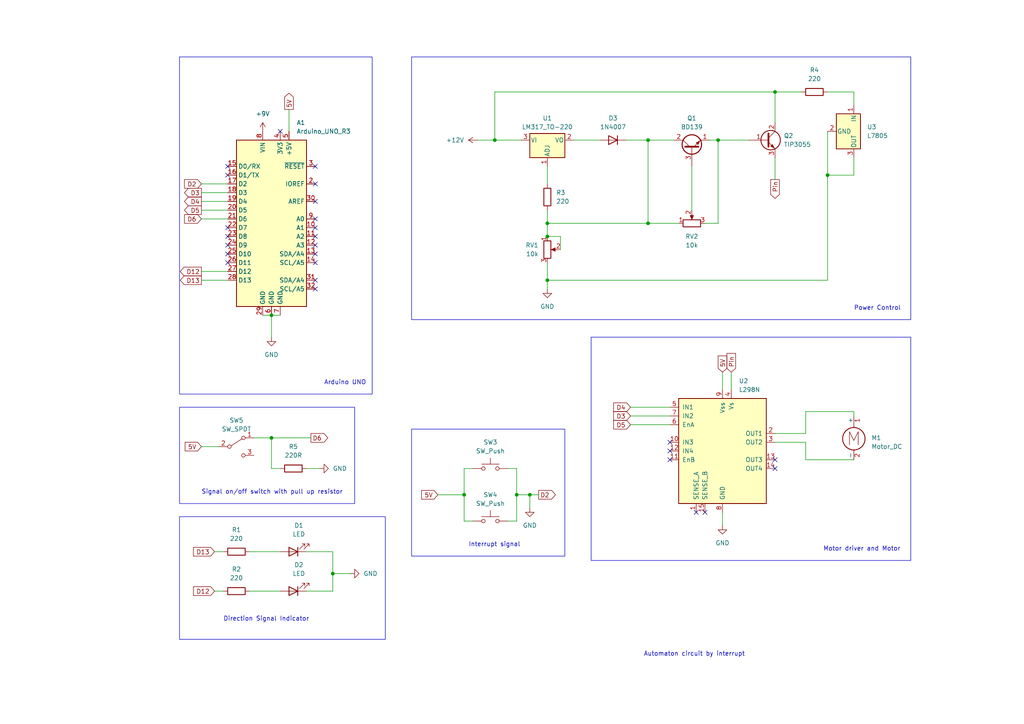
<source format=kicad_sch>
(kicad_sch (version 20230121) (generator eeschema)

  (uuid 08ed96e2-44e7-4874-8fb8-12e77e7df6a6)

  (paper "A4")

  (lib_symbols
    (symbol "Device:LED" (pin_numbers hide) (pin_names (offset 1.016) hide) (in_bom yes) (on_board yes)
      (property "Reference" "D" (at 0 2.54 0)
        (effects (font (size 1.27 1.27)))
      )
      (property "Value" "LED" (at 0 -2.54 0)
        (effects (font (size 1.27 1.27)))
      )
      (property "Footprint" "" (at 0 0 0)
        (effects (font (size 1.27 1.27)) hide)
      )
      (property "Datasheet" "~" (at 0 0 0)
        (effects (font (size 1.27 1.27)) hide)
      )
      (property "ki_keywords" "LED diode" (at 0 0 0)
        (effects (font (size 1.27 1.27)) hide)
      )
      (property "ki_description" "Light emitting diode" (at 0 0 0)
        (effects (font (size 1.27 1.27)) hide)
      )
      (property "ki_fp_filters" "LED* LED_SMD:* LED_THT:*" (at 0 0 0)
        (effects (font (size 1.27 1.27)) hide)
      )
      (symbol "LED_0_1"
        (polyline
          (pts
            (xy -1.27 -1.27)
            (xy -1.27 1.27)
          )
          (stroke (width 0.254) (type default))
          (fill (type none))
        )
        (polyline
          (pts
            (xy -1.27 0)
            (xy 1.27 0)
          )
          (stroke (width 0) (type default))
          (fill (type none))
        )
        (polyline
          (pts
            (xy 1.27 -1.27)
            (xy 1.27 1.27)
            (xy -1.27 0)
            (xy 1.27 -1.27)
          )
          (stroke (width 0.254) (type default))
          (fill (type none))
        )
        (polyline
          (pts
            (xy -3.048 -0.762)
            (xy -4.572 -2.286)
            (xy -3.81 -2.286)
            (xy -4.572 -2.286)
            (xy -4.572 -1.524)
          )
          (stroke (width 0) (type default))
          (fill (type none))
        )
        (polyline
          (pts
            (xy -1.778 -0.762)
            (xy -3.302 -2.286)
            (xy -2.54 -2.286)
            (xy -3.302 -2.286)
            (xy -3.302 -1.524)
          )
          (stroke (width 0) (type default))
          (fill (type none))
        )
      )
      (symbol "LED_1_1"
        (pin passive line (at -3.81 0 0) (length 2.54)
          (name "K" (effects (font (size 1.27 1.27))))
          (number "1" (effects (font (size 1.27 1.27))))
        )
        (pin passive line (at 3.81 0 180) (length 2.54)
          (name "A" (effects (font (size 1.27 1.27))))
          (number "2" (effects (font (size 1.27 1.27))))
        )
      )
    )
    (symbol "Device:R" (pin_numbers hide) (pin_names (offset 0)) (in_bom yes) (on_board yes)
      (property "Reference" "R" (at 2.032 0 90)
        (effects (font (size 1.27 1.27)))
      )
      (property "Value" "R" (at 0 0 90)
        (effects (font (size 1.27 1.27)))
      )
      (property "Footprint" "" (at -1.778 0 90)
        (effects (font (size 1.27 1.27)) hide)
      )
      (property "Datasheet" "~" (at 0 0 0)
        (effects (font (size 1.27 1.27)) hide)
      )
      (property "ki_keywords" "R res resistor" (at 0 0 0)
        (effects (font (size 1.27 1.27)) hide)
      )
      (property "ki_description" "Resistor" (at 0 0 0)
        (effects (font (size 1.27 1.27)) hide)
      )
      (property "ki_fp_filters" "R_*" (at 0 0 0)
        (effects (font (size 1.27 1.27)) hide)
      )
      (symbol "R_0_1"
        (rectangle (start -1.016 -2.54) (end 1.016 2.54)
          (stroke (width 0.254) (type default))
          (fill (type none))
        )
      )
      (symbol "R_1_1"
        (pin passive line (at 0 3.81 270) (length 1.27)
          (name "~" (effects (font (size 1.27 1.27))))
          (number "1" (effects (font (size 1.27 1.27))))
        )
        (pin passive line (at 0 -3.81 90) (length 1.27)
          (name "~" (effects (font (size 1.27 1.27))))
          (number "2" (effects (font (size 1.27 1.27))))
        )
      )
    )
    (symbol "Device:R_Potentiometer" (pin_names (offset 1.016) hide) (in_bom yes) (on_board yes)
      (property "Reference" "RV" (at -4.445 0 90)
        (effects (font (size 1.27 1.27)))
      )
      (property "Value" "R_Potentiometer" (at -2.54 0 90)
        (effects (font (size 1.27 1.27)))
      )
      (property "Footprint" "" (at 0 0 0)
        (effects (font (size 1.27 1.27)) hide)
      )
      (property "Datasheet" "~" (at 0 0 0)
        (effects (font (size 1.27 1.27)) hide)
      )
      (property "ki_keywords" "resistor variable" (at 0 0 0)
        (effects (font (size 1.27 1.27)) hide)
      )
      (property "ki_description" "Potentiometer" (at 0 0 0)
        (effects (font (size 1.27 1.27)) hide)
      )
      (property "ki_fp_filters" "Potentiometer*" (at 0 0 0)
        (effects (font (size 1.27 1.27)) hide)
      )
      (symbol "R_Potentiometer_0_1"
        (polyline
          (pts
            (xy 2.54 0)
            (xy 1.524 0)
          )
          (stroke (width 0) (type default))
          (fill (type none))
        )
        (polyline
          (pts
            (xy 1.143 0)
            (xy 2.286 0.508)
            (xy 2.286 -0.508)
            (xy 1.143 0)
          )
          (stroke (width 0) (type default))
          (fill (type outline))
        )
        (rectangle (start 1.016 2.54) (end -1.016 -2.54)
          (stroke (width 0.254) (type default))
          (fill (type none))
        )
      )
      (symbol "R_Potentiometer_1_1"
        (pin passive line (at 0 3.81 270) (length 1.27)
          (name "1" (effects (font (size 1.27 1.27))))
          (number "1" (effects (font (size 1.27 1.27))))
        )
        (pin passive line (at 3.81 0 180) (length 1.27)
          (name "2" (effects (font (size 1.27 1.27))))
          (number "2" (effects (font (size 1.27 1.27))))
        )
        (pin passive line (at 0 -3.81 90) (length 1.27)
          (name "3" (effects (font (size 1.27 1.27))))
          (number "3" (effects (font (size 1.27 1.27))))
        )
      )
    )
    (symbol "Diode:1N4007" (pin_numbers hide) (pin_names hide) (in_bom yes) (on_board yes)
      (property "Reference" "D" (at 0 2.54 0)
        (effects (font (size 1.27 1.27)))
      )
      (property "Value" "1N4007" (at 0 -2.54 0)
        (effects (font (size 1.27 1.27)))
      )
      (property "Footprint" "Diode_THT:D_DO-41_SOD81_P10.16mm_Horizontal" (at 0 -4.445 0)
        (effects (font (size 1.27 1.27)) hide)
      )
      (property "Datasheet" "http://www.vishay.com/docs/88503/1n4001.pdf" (at 0 0 0)
        (effects (font (size 1.27 1.27)) hide)
      )
      (property "Sim.Device" "D" (at 0 0 0)
        (effects (font (size 1.27 1.27)) hide)
      )
      (property "Sim.Pins" "1=K 2=A" (at 0 0 0)
        (effects (font (size 1.27 1.27)) hide)
      )
      (property "ki_keywords" "diode" (at 0 0 0)
        (effects (font (size 1.27 1.27)) hide)
      )
      (property "ki_description" "1000V 1A General Purpose Rectifier Diode, DO-41" (at 0 0 0)
        (effects (font (size 1.27 1.27)) hide)
      )
      (property "ki_fp_filters" "D*DO?41*" (at 0 0 0)
        (effects (font (size 1.27 1.27)) hide)
      )
      (symbol "1N4007_0_1"
        (polyline
          (pts
            (xy -1.27 1.27)
            (xy -1.27 -1.27)
          )
          (stroke (width 0.254) (type default))
          (fill (type none))
        )
        (polyline
          (pts
            (xy 1.27 0)
            (xy -1.27 0)
          )
          (stroke (width 0) (type default))
          (fill (type none))
        )
        (polyline
          (pts
            (xy 1.27 1.27)
            (xy 1.27 -1.27)
            (xy -1.27 0)
            (xy 1.27 1.27)
          )
          (stroke (width 0.254) (type default))
          (fill (type none))
        )
      )
      (symbol "1N4007_1_1"
        (pin passive line (at -3.81 0 0) (length 2.54)
          (name "K" (effects (font (size 1.27 1.27))))
          (number "1" (effects (font (size 1.27 1.27))))
        )
        (pin passive line (at 3.81 0 180) (length 2.54)
          (name "A" (effects (font (size 1.27 1.27))))
          (number "2" (effects (font (size 1.27 1.27))))
        )
      )
    )
    (symbol "Driver_Motor:L298N" (pin_names (offset 1.016)) (in_bom yes) (on_board yes)
      (property "Reference" "U" (at -10.16 16.51 0)
        (effects (font (size 1.27 1.27)) (justify right))
      )
      (property "Value" "L298N" (at 12.7 16.51 0)
        (effects (font (size 1.27 1.27)) (justify right))
      )
      (property "Footprint" "Package_TO_SOT_THT:TO-220-15_P2.54x2.54mm_StaggerOdd_Lead4.58mm_Vertical" (at 1.27 -16.51 0)
        (effects (font (size 1.27 1.27)) (justify left) hide)
      )
      (property "Datasheet" "http://www.st.com/st-web-ui/static/active/en/resource/technical/document/datasheet/CD00000240.pdf" (at 3.81 6.35 0)
        (effects (font (size 1.27 1.27)) hide)
      )
      (property "ki_keywords" "H-bridge motor driver" (at 0 0 0)
        (effects (font (size 1.27 1.27)) hide)
      )
      (property "ki_description" "Dual full bridge motor driver, up to 46V, 4A, Multiwatt15-V" (at 0 0 0)
        (effects (font (size 1.27 1.27)) hide)
      )
      (property "ki_fp_filters" "TO?220*StaggerOdd*Vertical*" (at 0 0 0)
        (effects (font (size 1.27 1.27)) hide)
      )
      (symbol "L298N_0_1"
        (rectangle (start -12.7 15.24) (end 12.7 -15.24)
          (stroke (width 0.254) (type default))
          (fill (type background))
        )
      )
      (symbol "L298N_1_1"
        (pin power_in line (at -7.62 -17.78 90) (length 2.54)
          (name "SENSE_A" (effects (font (size 1.27 1.27))))
          (number "1" (effects (font (size 1.27 1.27))))
        )
        (pin input line (at -15.24 2.54 0) (length 2.54)
          (name "IN3" (effects (font (size 1.27 1.27))))
          (number "10" (effects (font (size 1.27 1.27))))
        )
        (pin input line (at -15.24 -2.54 0) (length 2.54)
          (name "EnB" (effects (font (size 1.27 1.27))))
          (number "11" (effects (font (size 1.27 1.27))))
        )
        (pin input line (at -15.24 0 0) (length 2.54)
          (name "IN4" (effects (font (size 1.27 1.27))))
          (number "12" (effects (font (size 1.27 1.27))))
        )
        (pin output line (at 15.24 -2.54 180) (length 2.54)
          (name "OUT3" (effects (font (size 1.27 1.27))))
          (number "13" (effects (font (size 1.27 1.27))))
        )
        (pin output line (at 15.24 -5.08 180) (length 2.54)
          (name "OUT4" (effects (font (size 1.27 1.27))))
          (number "14" (effects (font (size 1.27 1.27))))
        )
        (pin power_in line (at -5.08 -17.78 90) (length 2.54)
          (name "SENSE_B" (effects (font (size 1.27 1.27))))
          (number "15" (effects (font (size 1.27 1.27))))
        )
        (pin output line (at 15.24 5.08 180) (length 2.54)
          (name "OUT1" (effects (font (size 1.27 1.27))))
          (number "2" (effects (font (size 1.27 1.27))))
        )
        (pin output line (at 15.24 2.54 180) (length 2.54)
          (name "OUT2" (effects (font (size 1.27 1.27))))
          (number "3" (effects (font (size 1.27 1.27))))
        )
        (pin power_in line (at 2.54 17.78 270) (length 2.54)
          (name "Vs" (effects (font (size 1.27 1.27))))
          (number "4" (effects (font (size 1.27 1.27))))
        )
        (pin input line (at -15.24 12.7 0) (length 2.54)
          (name "IN1" (effects (font (size 1.27 1.27))))
          (number "5" (effects (font (size 1.27 1.27))))
        )
        (pin input line (at -15.24 7.62 0) (length 2.54)
          (name "EnA" (effects (font (size 1.27 1.27))))
          (number "6" (effects (font (size 1.27 1.27))))
        )
        (pin input line (at -15.24 10.16 0) (length 2.54)
          (name "IN2" (effects (font (size 1.27 1.27))))
          (number "7" (effects (font (size 1.27 1.27))))
        )
        (pin power_in line (at 0 -17.78 90) (length 2.54)
          (name "GND" (effects (font (size 1.27 1.27))))
          (number "8" (effects (font (size 1.27 1.27))))
        )
        (pin power_in line (at 0 17.78 270) (length 2.54)
          (name "Vss" (effects (font (size 1.27 1.27))))
          (number "9" (effects (font (size 1.27 1.27))))
        )
      )
    )
    (symbol "MCU_Module:Arduino_UNO_R3" (in_bom yes) (on_board yes)
      (property "Reference" "A" (at -10.16 23.495 0)
        (effects (font (size 1.27 1.27)) (justify left bottom))
      )
      (property "Value" "Arduino_UNO_R3" (at 5.08 -26.67 0)
        (effects (font (size 1.27 1.27)) (justify left top))
      )
      (property "Footprint" "Module:Arduino_UNO_R3" (at 0 0 0)
        (effects (font (size 1.27 1.27) italic) hide)
      )
      (property "Datasheet" "https://www.arduino.cc/en/Main/arduinoBoardUno" (at 0 0 0)
        (effects (font (size 1.27 1.27)) hide)
      )
      (property "ki_keywords" "Arduino UNO R3 Microcontroller Module Atmel AVR USB" (at 0 0 0)
        (effects (font (size 1.27 1.27)) hide)
      )
      (property "ki_description" "Arduino UNO Microcontroller Module, release 3" (at 0 0 0)
        (effects (font (size 1.27 1.27)) hide)
      )
      (property "ki_fp_filters" "Arduino*UNO*R3*" (at 0 0 0)
        (effects (font (size 1.27 1.27)) hide)
      )
      (symbol "Arduino_UNO_R3_0_1"
        (rectangle (start -10.16 22.86) (end 10.16 -25.4)
          (stroke (width 0.254) (type default))
          (fill (type background))
        )
      )
      (symbol "Arduino_UNO_R3_1_1"
        (pin no_connect line (at -10.16 -20.32 0) (length 2.54) hide
          (name "NC" (effects (font (size 1.27 1.27))))
          (number "1" (effects (font (size 1.27 1.27))))
        )
        (pin bidirectional line (at 12.7 -2.54 180) (length 2.54)
          (name "A1" (effects (font (size 1.27 1.27))))
          (number "10" (effects (font (size 1.27 1.27))))
        )
        (pin bidirectional line (at 12.7 -5.08 180) (length 2.54)
          (name "A2" (effects (font (size 1.27 1.27))))
          (number "11" (effects (font (size 1.27 1.27))))
        )
        (pin bidirectional line (at 12.7 -7.62 180) (length 2.54)
          (name "A3" (effects (font (size 1.27 1.27))))
          (number "12" (effects (font (size 1.27 1.27))))
        )
        (pin bidirectional line (at 12.7 -10.16 180) (length 2.54)
          (name "SDA/A4" (effects (font (size 1.27 1.27))))
          (number "13" (effects (font (size 1.27 1.27))))
        )
        (pin bidirectional line (at 12.7 -12.7 180) (length 2.54)
          (name "SCL/A5" (effects (font (size 1.27 1.27))))
          (number "14" (effects (font (size 1.27 1.27))))
        )
        (pin bidirectional line (at -12.7 15.24 0) (length 2.54)
          (name "D0/RX" (effects (font (size 1.27 1.27))))
          (number "15" (effects (font (size 1.27 1.27))))
        )
        (pin bidirectional line (at -12.7 12.7 0) (length 2.54)
          (name "D1/TX" (effects (font (size 1.27 1.27))))
          (number "16" (effects (font (size 1.27 1.27))))
        )
        (pin bidirectional line (at -12.7 10.16 0) (length 2.54)
          (name "D2" (effects (font (size 1.27 1.27))))
          (number "17" (effects (font (size 1.27 1.27))))
        )
        (pin bidirectional line (at -12.7 7.62 0) (length 2.54)
          (name "D3" (effects (font (size 1.27 1.27))))
          (number "18" (effects (font (size 1.27 1.27))))
        )
        (pin bidirectional line (at -12.7 5.08 0) (length 2.54)
          (name "D4" (effects (font (size 1.27 1.27))))
          (number "19" (effects (font (size 1.27 1.27))))
        )
        (pin output line (at 12.7 10.16 180) (length 2.54)
          (name "IOREF" (effects (font (size 1.27 1.27))))
          (number "2" (effects (font (size 1.27 1.27))))
        )
        (pin bidirectional line (at -12.7 2.54 0) (length 2.54)
          (name "D5" (effects (font (size 1.27 1.27))))
          (number "20" (effects (font (size 1.27 1.27))))
        )
        (pin bidirectional line (at -12.7 0 0) (length 2.54)
          (name "D6" (effects (font (size 1.27 1.27))))
          (number "21" (effects (font (size 1.27 1.27))))
        )
        (pin bidirectional line (at -12.7 -2.54 0) (length 2.54)
          (name "D7" (effects (font (size 1.27 1.27))))
          (number "22" (effects (font (size 1.27 1.27))))
        )
        (pin bidirectional line (at -12.7 -5.08 0) (length 2.54)
          (name "D8" (effects (font (size 1.27 1.27))))
          (number "23" (effects (font (size 1.27 1.27))))
        )
        (pin bidirectional line (at -12.7 -7.62 0) (length 2.54)
          (name "D9" (effects (font (size 1.27 1.27))))
          (number "24" (effects (font (size 1.27 1.27))))
        )
        (pin bidirectional line (at -12.7 -10.16 0) (length 2.54)
          (name "D10" (effects (font (size 1.27 1.27))))
          (number "25" (effects (font (size 1.27 1.27))))
        )
        (pin bidirectional line (at -12.7 -12.7 0) (length 2.54)
          (name "D11" (effects (font (size 1.27 1.27))))
          (number "26" (effects (font (size 1.27 1.27))))
        )
        (pin bidirectional line (at -12.7 -15.24 0) (length 2.54)
          (name "D12" (effects (font (size 1.27 1.27))))
          (number "27" (effects (font (size 1.27 1.27))))
        )
        (pin bidirectional line (at -12.7 -17.78 0) (length 2.54)
          (name "D13" (effects (font (size 1.27 1.27))))
          (number "28" (effects (font (size 1.27 1.27))))
        )
        (pin power_in line (at -2.54 -27.94 90) (length 2.54)
          (name "GND" (effects (font (size 1.27 1.27))))
          (number "29" (effects (font (size 1.27 1.27))))
        )
        (pin input line (at 12.7 15.24 180) (length 2.54)
          (name "~{RESET}" (effects (font (size 1.27 1.27))))
          (number "3" (effects (font (size 1.27 1.27))))
        )
        (pin input line (at 12.7 5.08 180) (length 2.54)
          (name "AREF" (effects (font (size 1.27 1.27))))
          (number "30" (effects (font (size 1.27 1.27))))
        )
        (pin bidirectional line (at 12.7 -17.78 180) (length 2.54)
          (name "SDA/A4" (effects (font (size 1.27 1.27))))
          (number "31" (effects (font (size 1.27 1.27))))
        )
        (pin bidirectional line (at 12.7 -20.32 180) (length 2.54)
          (name "SCL/A5" (effects (font (size 1.27 1.27))))
          (number "32" (effects (font (size 1.27 1.27))))
        )
        (pin power_out line (at 2.54 25.4 270) (length 2.54)
          (name "3V3" (effects (font (size 1.27 1.27))))
          (number "4" (effects (font (size 1.27 1.27))))
        )
        (pin power_out line (at 5.08 25.4 270) (length 2.54)
          (name "+5V" (effects (font (size 1.27 1.27))))
          (number "5" (effects (font (size 1.27 1.27))))
        )
        (pin power_in line (at 0 -27.94 90) (length 2.54)
          (name "GND" (effects (font (size 1.27 1.27))))
          (number "6" (effects (font (size 1.27 1.27))))
        )
        (pin power_in line (at 2.54 -27.94 90) (length 2.54)
          (name "GND" (effects (font (size 1.27 1.27))))
          (number "7" (effects (font (size 1.27 1.27))))
        )
        (pin power_in line (at -2.54 25.4 270) (length 2.54)
          (name "VIN" (effects (font (size 1.27 1.27))))
          (number "8" (effects (font (size 1.27 1.27))))
        )
        (pin bidirectional line (at 12.7 0 180) (length 2.54)
          (name "A0" (effects (font (size 1.27 1.27))))
          (number "9" (effects (font (size 1.27 1.27))))
        )
      )
    )
    (symbol "Motor:Motor_DC" (pin_names (offset 0)) (in_bom yes) (on_board yes)
      (property "Reference" "M" (at 2.54 2.54 0)
        (effects (font (size 1.27 1.27)) (justify left))
      )
      (property "Value" "Motor_DC" (at 2.54 -5.08 0)
        (effects (font (size 1.27 1.27)) (justify left top))
      )
      (property "Footprint" "" (at 0 -2.286 0)
        (effects (font (size 1.27 1.27)) hide)
      )
      (property "Datasheet" "~" (at 0 -2.286 0)
        (effects (font (size 1.27 1.27)) hide)
      )
      (property "ki_keywords" "DC Motor" (at 0 0 0)
        (effects (font (size 1.27 1.27)) hide)
      )
      (property "ki_description" "DC Motor" (at 0 0 0)
        (effects (font (size 1.27 1.27)) hide)
      )
      (property "ki_fp_filters" "PinHeader*P2.54mm* TerminalBlock*" (at 0 0 0)
        (effects (font (size 1.27 1.27)) hide)
      )
      (symbol "Motor_DC_0_0"
        (polyline
          (pts
            (xy -1.27 -3.302)
            (xy -1.27 0.508)
            (xy 0 -2.032)
            (xy 1.27 0.508)
            (xy 1.27 -3.302)
          )
          (stroke (width 0) (type default))
          (fill (type none))
        )
      )
      (symbol "Motor_DC_0_1"
        (circle (center 0 -1.524) (radius 3.2512)
          (stroke (width 0.254) (type default))
          (fill (type none))
        )
        (polyline
          (pts
            (xy 0 -7.62)
            (xy 0 -7.112)
          )
          (stroke (width 0) (type default))
          (fill (type none))
        )
        (polyline
          (pts
            (xy 0 -4.7752)
            (xy 0 -5.1816)
          )
          (stroke (width 0) (type default))
          (fill (type none))
        )
        (polyline
          (pts
            (xy 0 1.7272)
            (xy 0 2.0828)
          )
          (stroke (width 0) (type default))
          (fill (type none))
        )
        (polyline
          (pts
            (xy 0 2.032)
            (xy 0 2.54)
          )
          (stroke (width 0) (type default))
          (fill (type none))
        )
      )
      (symbol "Motor_DC_1_1"
        (pin passive line (at 0 5.08 270) (length 2.54)
          (name "+" (effects (font (size 1.27 1.27))))
          (number "1" (effects (font (size 1.27 1.27))))
        )
        (pin passive line (at 0 -7.62 90) (length 2.54)
          (name "-" (effects (font (size 1.27 1.27))))
          (number "2" (effects (font (size 1.27 1.27))))
        )
      )
    )
    (symbol "Regulator_Linear:L7805" (pin_names (offset 0.254)) (in_bom yes) (on_board yes)
      (property "Reference" "U" (at -3.81 3.175 0)
        (effects (font (size 1.27 1.27)))
      )
      (property "Value" "L7805" (at 0 3.175 0)
        (effects (font (size 1.27 1.27)) (justify left))
      )
      (property "Footprint" "" (at 0.635 -3.81 0)
        (effects (font (size 1.27 1.27) italic) (justify left) hide)
      )
      (property "Datasheet" "http://www.st.com/content/ccc/resource/technical/document/datasheet/41/4f/b3/b0/12/d4/47/88/CD00000444.pdf/files/CD00000444.pdf/jcr:content/translations/en.CD00000444.pdf" (at 0 -1.27 0)
        (effects (font (size 1.27 1.27)) hide)
      )
      (property "ki_keywords" "Voltage Regulator 1.5A Positive" (at 0 0 0)
        (effects (font (size 1.27 1.27)) hide)
      )
      (property "ki_description" "Positive 1.5A 35V Linear Regulator, Fixed Output 5V, TO-220/TO-263/TO-252" (at 0 0 0)
        (effects (font (size 1.27 1.27)) hide)
      )
      (property "ki_fp_filters" "TO?252* TO?263* TO?220*" (at 0 0 0)
        (effects (font (size 1.27 1.27)) hide)
      )
      (symbol "L7805_0_1"
        (rectangle (start -5.08 1.905) (end 5.08 -5.08)
          (stroke (width 0.254) (type default))
          (fill (type background))
        )
      )
      (symbol "L7805_1_1"
        (pin power_in line (at -7.62 0 0) (length 2.54)
          (name "IN" (effects (font (size 1.27 1.27))))
          (number "1" (effects (font (size 1.27 1.27))))
        )
        (pin power_in line (at 0 -7.62 90) (length 2.54)
          (name "GND" (effects (font (size 1.27 1.27))))
          (number "2" (effects (font (size 1.27 1.27))))
        )
        (pin power_out line (at 7.62 0 180) (length 2.54)
          (name "OUT" (effects (font (size 1.27 1.27))))
          (number "3" (effects (font (size 1.27 1.27))))
        )
      )
    )
    (symbol "Regulator_Linear:LM317_TO-220" (pin_names (offset 0.254)) (in_bom yes) (on_board yes)
      (property "Reference" "U" (at -3.81 3.175 0)
        (effects (font (size 1.27 1.27)))
      )
      (property "Value" "LM317_TO-220" (at 0 3.175 0)
        (effects (font (size 1.27 1.27)) (justify left))
      )
      (property "Footprint" "Package_TO_SOT_THT:TO-220-3_Vertical" (at 0 6.35 0)
        (effects (font (size 1.27 1.27) italic) hide)
      )
      (property "Datasheet" "http://www.ti.com/lit/ds/symlink/lm317.pdf" (at 0 0 0)
        (effects (font (size 1.27 1.27)) hide)
      )
      (property "ki_keywords" "Adjustable Voltage Regulator 1A Positive" (at 0 0 0)
        (effects (font (size 1.27 1.27)) hide)
      )
      (property "ki_description" "1.5A 35V Adjustable Linear Regulator, TO-220" (at 0 0 0)
        (effects (font (size 1.27 1.27)) hide)
      )
      (property "ki_fp_filters" "TO?220*" (at 0 0 0)
        (effects (font (size 1.27 1.27)) hide)
      )
      (symbol "LM317_TO-220_0_1"
        (rectangle (start -5.08 1.905) (end 5.08 -5.08)
          (stroke (width 0.254) (type default))
          (fill (type background))
        )
      )
      (symbol "LM317_TO-220_1_1"
        (pin input line (at 0 -7.62 90) (length 2.54)
          (name "ADJ" (effects (font (size 1.27 1.27))))
          (number "1" (effects (font (size 1.27 1.27))))
        )
        (pin power_out line (at 7.62 0 180) (length 2.54)
          (name "VO" (effects (font (size 1.27 1.27))))
          (number "2" (effects (font (size 1.27 1.27))))
        )
        (pin power_in line (at -7.62 0 0) (length 2.54)
          (name "VI" (effects (font (size 1.27 1.27))))
          (number "3" (effects (font (size 1.27 1.27))))
        )
      )
    )
    (symbol "Switch:SW_Push" (pin_numbers hide) (pin_names (offset 1.016) hide) (in_bom yes) (on_board yes)
      (property "Reference" "SW" (at 1.27 2.54 0)
        (effects (font (size 1.27 1.27)) (justify left))
      )
      (property "Value" "SW_Push" (at 0 -1.524 0)
        (effects (font (size 1.27 1.27)))
      )
      (property "Footprint" "" (at 0 5.08 0)
        (effects (font (size 1.27 1.27)) hide)
      )
      (property "Datasheet" "~" (at 0 5.08 0)
        (effects (font (size 1.27 1.27)) hide)
      )
      (property "ki_keywords" "switch normally-open pushbutton push-button" (at 0 0 0)
        (effects (font (size 1.27 1.27)) hide)
      )
      (property "ki_description" "Push button switch, generic, two pins" (at 0 0 0)
        (effects (font (size 1.27 1.27)) hide)
      )
      (symbol "SW_Push_0_1"
        (circle (center -2.032 0) (radius 0.508)
          (stroke (width 0) (type default))
          (fill (type none))
        )
        (polyline
          (pts
            (xy 0 1.27)
            (xy 0 3.048)
          )
          (stroke (width 0) (type default))
          (fill (type none))
        )
        (polyline
          (pts
            (xy 2.54 1.27)
            (xy -2.54 1.27)
          )
          (stroke (width 0) (type default))
          (fill (type none))
        )
        (circle (center 2.032 0) (radius 0.508)
          (stroke (width 0) (type default))
          (fill (type none))
        )
        (pin passive line (at -5.08 0 0) (length 2.54)
          (name "1" (effects (font (size 1.27 1.27))))
          (number "1" (effects (font (size 1.27 1.27))))
        )
        (pin passive line (at 5.08 0 180) (length 2.54)
          (name "2" (effects (font (size 1.27 1.27))))
          (number "2" (effects (font (size 1.27 1.27))))
        )
      )
    )
    (symbol "Switch:SW_SPDT" (pin_names (offset 0) hide) (in_bom yes) (on_board yes)
      (property "Reference" "SW" (at 0 4.318 0)
        (effects (font (size 1.27 1.27)))
      )
      (property "Value" "SW_SPDT" (at 0 -5.08 0)
        (effects (font (size 1.27 1.27)))
      )
      (property "Footprint" "" (at 0 0 0)
        (effects (font (size 1.27 1.27)) hide)
      )
      (property "Datasheet" "~" (at 0 0 0)
        (effects (font (size 1.27 1.27)) hide)
      )
      (property "ki_keywords" "switch single-pole double-throw spdt ON-ON" (at 0 0 0)
        (effects (font (size 1.27 1.27)) hide)
      )
      (property "ki_description" "Switch, single pole double throw" (at 0 0 0)
        (effects (font (size 1.27 1.27)) hide)
      )
      (symbol "SW_SPDT_0_0"
        (circle (center -2.032 0) (radius 0.508)
          (stroke (width 0) (type default))
          (fill (type none))
        )
        (circle (center 2.032 -2.54) (radius 0.508)
          (stroke (width 0) (type default))
          (fill (type none))
        )
      )
      (symbol "SW_SPDT_0_1"
        (polyline
          (pts
            (xy -1.524 0.254)
            (xy 1.651 2.286)
          )
          (stroke (width 0) (type default))
          (fill (type none))
        )
        (circle (center 2.032 2.54) (radius 0.508)
          (stroke (width 0) (type default))
          (fill (type none))
        )
      )
      (symbol "SW_SPDT_1_1"
        (pin passive line (at 5.08 2.54 180) (length 2.54)
          (name "A" (effects (font (size 1.27 1.27))))
          (number "1" (effects (font (size 1.27 1.27))))
        )
        (pin passive line (at -5.08 0 0) (length 2.54)
          (name "B" (effects (font (size 1.27 1.27))))
          (number "2" (effects (font (size 1.27 1.27))))
        )
        (pin passive line (at 5.08 -2.54 180) (length 2.54)
          (name "C" (effects (font (size 1.27 1.27))))
          (number "3" (effects (font (size 1.27 1.27))))
        )
      )
    )
    (symbol "Transistor_BJT:BD139" (pin_names (offset 0) hide) (in_bom yes) (on_board yes)
      (property "Reference" "Q" (at 5.08 1.905 0)
        (effects (font (size 1.27 1.27)) (justify left))
      )
      (property "Value" "BD139" (at 5.08 0 0)
        (effects (font (size 1.27 1.27)) (justify left))
      )
      (property "Footprint" "Package_TO_SOT_THT:TO-126-3_Vertical" (at 5.08 -1.905 0)
        (effects (font (size 1.27 1.27) italic) (justify left) hide)
      )
      (property "Datasheet" "http://www.st.com/internet/com/TECHNICAL_RESOURCES/TECHNICAL_LITERATURE/DATASHEET/CD00001225.pdf" (at 0 0 0)
        (effects (font (size 1.27 1.27)) (justify left) hide)
      )
      (property "ki_keywords" "Low Voltage Transistor" (at 0 0 0)
        (effects (font (size 1.27 1.27)) hide)
      )
      (property "ki_description" "1.5A Ic, 80V Vce, Low Voltage Transistor, TO-126" (at 0 0 0)
        (effects (font (size 1.27 1.27)) hide)
      )
      (property "ki_fp_filters" "TO?126*" (at 0 0 0)
        (effects (font (size 1.27 1.27)) hide)
      )
      (symbol "BD139_0_1"
        (polyline
          (pts
            (xy 0 0)
            (xy 0.635 0)
          )
          (stroke (width 0) (type default))
          (fill (type none))
        )
        (polyline
          (pts
            (xy 2.54 -2.54)
            (xy 0.635 -0.635)
          )
          (stroke (width 0) (type default))
          (fill (type none))
        )
        (polyline
          (pts
            (xy 2.54 2.54)
            (xy 0.635 0.635)
          )
          (stroke (width 0) (type default))
          (fill (type none))
        )
        (polyline
          (pts
            (xy 0.635 1.905)
            (xy 0.635 -1.905)
            (xy 0.635 -1.905)
          )
          (stroke (width 0.508) (type default))
          (fill (type outline))
        )
        (polyline
          (pts
            (xy 1.2446 -1.778)
            (xy 1.7526 -1.27)
            (xy 2.286 -2.286)
            (xy 1.2446 -1.778)
            (xy 1.2446 -1.778)
          )
          (stroke (width 0) (type default))
          (fill (type outline))
        )
        (circle (center 1.27 0) (radius 2.8194)
          (stroke (width 0.3048) (type default))
          (fill (type none))
        )
      )
      (symbol "BD139_1_1"
        (pin passive line (at 2.54 -5.08 90) (length 2.54)
          (name "E" (effects (font (size 1.27 1.27))))
          (number "1" (effects (font (size 1.27 1.27))))
        )
        (pin passive line (at 2.54 5.08 270) (length 2.54)
          (name "C" (effects (font (size 1.27 1.27))))
          (number "2" (effects (font (size 1.27 1.27))))
        )
        (pin input line (at -5.08 0 0) (length 5.08)
          (name "B" (effects (font (size 1.27 1.27))))
          (number "3" (effects (font (size 1.27 1.27))))
        )
      )
    )
    (symbol "Transistor_BJT:TIP3055" (pin_names (offset 0) hide) (in_bom yes) (on_board yes)
      (property "Reference" "Q" (at 5.08 1.905 0)
        (effects (font (size 1.27 1.27)) (justify left))
      )
      (property "Value" "TIP3055" (at 5.08 0 0)
        (effects (font (size 1.27 1.27)) (justify left))
      )
      (property "Footprint" "Package_TO_SOT_THT:TO-218-3_Vertical" (at 5.08 -1.905 0)
        (effects (font (size 1.27 1.27) italic) (justify left) hide)
      )
      (property "Datasheet" "http://www.onsemi.com/pub_link/Collateral/TIP3055-D.PDF" (at 0 0 0)
        (effects (font (size 1.27 1.27)) (justify left) hide)
      )
      (property "ki_keywords" "power NPN Transistor" (at 0 0 0)
        (effects (font (size 1.27 1.27)) hide)
      )
      (property "ki_description" "15A Ic, 60V Vce, Power NPN Transistor, TO-218" (at 0 0 0)
        (effects (font (size 1.27 1.27)) hide)
      )
      (property "ki_fp_filters" "TO?218*" (at 0 0 0)
        (effects (font (size 1.27 1.27)) hide)
      )
      (symbol "TIP3055_0_1"
        (polyline
          (pts
            (xy 0.635 0.635)
            (xy 2.54 2.54)
          )
          (stroke (width 0) (type default))
          (fill (type none))
        )
        (polyline
          (pts
            (xy 0.635 -0.635)
            (xy 2.54 -2.54)
            (xy 2.54 -2.54)
          )
          (stroke (width 0) (type default))
          (fill (type none))
        )
        (polyline
          (pts
            (xy 0.635 1.905)
            (xy 0.635 -1.905)
            (xy 0.635 -1.905)
          )
          (stroke (width 0.508) (type default))
          (fill (type none))
        )
        (polyline
          (pts
            (xy 1.27 -1.778)
            (xy 1.778 -1.27)
            (xy 2.286 -2.286)
            (xy 1.27 -1.778)
            (xy 1.27 -1.778)
          )
          (stroke (width 0) (type default))
          (fill (type outline))
        )
        (circle (center 1.27 0) (radius 2.8194)
          (stroke (width 0.254) (type default))
          (fill (type none))
        )
      )
      (symbol "TIP3055_1_1"
        (pin input line (at -5.08 0 0) (length 5.715)
          (name "B" (effects (font (size 1.27 1.27))))
          (number "1" (effects (font (size 1.27 1.27))))
        )
        (pin passive line (at 2.54 5.08 270) (length 2.54)
          (name "C" (effects (font (size 1.27 1.27))))
          (number "2" (effects (font (size 1.27 1.27))))
        )
        (pin passive line (at 2.54 -5.08 90) (length 2.54)
          (name "E" (effects (font (size 1.27 1.27))))
          (number "3" (effects (font (size 1.27 1.27))))
        )
      )
    )
    (symbol "power:+12V" (power) (pin_names (offset 0)) (in_bom yes) (on_board yes)
      (property "Reference" "#PWR" (at 0 -3.81 0)
        (effects (font (size 1.27 1.27)) hide)
      )
      (property "Value" "+12V" (at 0 3.556 0)
        (effects (font (size 1.27 1.27)))
      )
      (property "Footprint" "" (at 0 0 0)
        (effects (font (size 1.27 1.27)) hide)
      )
      (property "Datasheet" "" (at 0 0 0)
        (effects (font (size 1.27 1.27)) hide)
      )
      (property "ki_keywords" "global power" (at 0 0 0)
        (effects (font (size 1.27 1.27)) hide)
      )
      (property "ki_description" "Power symbol creates a global label with name \"+12V\"" (at 0 0 0)
        (effects (font (size 1.27 1.27)) hide)
      )
      (symbol "+12V_0_1"
        (polyline
          (pts
            (xy -0.762 1.27)
            (xy 0 2.54)
          )
          (stroke (width 0) (type default))
          (fill (type none))
        )
        (polyline
          (pts
            (xy 0 0)
            (xy 0 2.54)
          )
          (stroke (width 0) (type default))
          (fill (type none))
        )
        (polyline
          (pts
            (xy 0 2.54)
            (xy 0.762 1.27)
          )
          (stroke (width 0) (type default))
          (fill (type none))
        )
      )
      (symbol "+12V_1_1"
        (pin power_in line (at 0 0 90) (length 0) hide
          (name "+12V" (effects (font (size 1.27 1.27))))
          (number "1" (effects (font (size 1.27 1.27))))
        )
      )
    )
    (symbol "power:+9V" (power) (pin_names (offset 0)) (in_bom yes) (on_board yes)
      (property "Reference" "#PWR" (at 0 -3.81 0)
        (effects (font (size 1.27 1.27)) hide)
      )
      (property "Value" "+9V" (at 0 3.556 0)
        (effects (font (size 1.27 1.27)))
      )
      (property "Footprint" "" (at 0 0 0)
        (effects (font (size 1.27 1.27)) hide)
      )
      (property "Datasheet" "" (at 0 0 0)
        (effects (font (size 1.27 1.27)) hide)
      )
      (property "ki_keywords" "global power" (at 0 0 0)
        (effects (font (size 1.27 1.27)) hide)
      )
      (property "ki_description" "Power symbol creates a global label with name \"+9V\"" (at 0 0 0)
        (effects (font (size 1.27 1.27)) hide)
      )
      (symbol "+9V_0_1"
        (polyline
          (pts
            (xy -0.762 1.27)
            (xy 0 2.54)
          )
          (stroke (width 0) (type default))
          (fill (type none))
        )
        (polyline
          (pts
            (xy 0 0)
            (xy 0 2.54)
          )
          (stroke (width 0) (type default))
          (fill (type none))
        )
        (polyline
          (pts
            (xy 0 2.54)
            (xy 0.762 1.27)
          )
          (stroke (width 0) (type default))
          (fill (type none))
        )
      )
      (symbol "+9V_1_1"
        (pin power_in line (at 0 0 90) (length 0) hide
          (name "+9V" (effects (font (size 1.27 1.27))))
          (number "1" (effects (font (size 1.27 1.27))))
        )
      )
    )
    (symbol "power:GND" (power) (pin_names (offset 0)) (in_bom yes) (on_board yes)
      (property "Reference" "#PWR" (at 0 -6.35 0)
        (effects (font (size 1.27 1.27)) hide)
      )
      (property "Value" "GND" (at 0 -3.81 0)
        (effects (font (size 1.27 1.27)))
      )
      (property "Footprint" "" (at 0 0 0)
        (effects (font (size 1.27 1.27)) hide)
      )
      (property "Datasheet" "" (at 0 0 0)
        (effects (font (size 1.27 1.27)) hide)
      )
      (property "ki_keywords" "global power" (at 0 0 0)
        (effects (font (size 1.27 1.27)) hide)
      )
      (property "ki_description" "Power symbol creates a global label with name \"GND\" , ground" (at 0 0 0)
        (effects (font (size 1.27 1.27)) hide)
      )
      (symbol "GND_0_1"
        (polyline
          (pts
            (xy 0 0)
            (xy 0 -1.27)
            (xy 1.27 -1.27)
            (xy 0 -2.54)
            (xy -1.27 -1.27)
            (xy 0 -1.27)
          )
          (stroke (width 0) (type default))
          (fill (type none))
        )
      )
      (symbol "GND_1_1"
        (pin power_in line (at 0 0 270) (length 0) hide
          (name "GND" (effects (font (size 1.27 1.27))))
          (number "1" (effects (font (size 1.27 1.27))))
        )
      )
    )
  )

  (junction (at 96.52 166.37) (diameter 0) (color 0 0 0 0)
    (uuid 0143ee80-bc48-4a74-93c1-f60745261c1b)
  )
  (junction (at 78.74 127) (diameter 0) (color 0 0 0 0)
    (uuid 27952ec0-f533-4e14-bad4-d502a68c435b)
  )
  (junction (at 158.75 81.28) (diameter 0) (color 0 0 0 0)
    (uuid 29fd7a43-aee1-44cd-83f8-521205801a7c)
  )
  (junction (at 187.96 40.64) (diameter 0) (color 0 0 0 0)
    (uuid 33e0c30c-4f5d-4232-8fae-06b17a15854b)
  )
  (junction (at 134.62 143.51) (diameter 0) (color 0 0 0 0)
    (uuid 537f781d-3a99-4117-8df6-952604fb0c79)
  )
  (junction (at 187.96 64.77) (diameter 0) (color 0 0 0 0)
    (uuid 677e2947-6302-4067-87c8-b50cfef4bde6)
  )
  (junction (at 208.28 40.64) (diameter 0) (color 0 0 0 0)
    (uuid 80fbcd9b-30d8-4928-8bb4-2470c156b303)
  )
  (junction (at 240.03 50.8) (diameter 0) (color 0 0 0 0)
    (uuid 882e33b2-65e4-4977-867c-b78e2e259241)
  )
  (junction (at 143.51 40.64) (diameter 0) (color 0 0 0 0)
    (uuid 9e54c043-08c1-4120-b65c-ccfdf70ec6d8)
  )
  (junction (at 224.79 26.67) (diameter 0) (color 0 0 0 0)
    (uuid b4a2eac0-cce6-42e0-b411-e200dda0ff1a)
  )
  (junction (at 153.67 143.51) (diameter 0) (color 0 0 0 0)
    (uuid b62f3917-d368-4394-8892-d76acb5d03b1)
  )
  (junction (at 78.74 91.44) (diameter 0) (color 0 0 0 0)
    (uuid caeb6ce8-4472-4089-89ab-638637f61f26)
  )
  (junction (at 158.75 68.58) (diameter 0) (color 0 0 0 0)
    (uuid cda983d3-3176-40dc-88ab-6da001667f3c)
  )
  (junction (at 158.75 64.77) (diameter 0) (color 0 0 0 0)
    (uuid d453013a-3990-4b7c-99f1-642d2ee44012)
  )
  (junction (at 149.86 143.51) (diameter 0) (color 0 0 0 0)
    (uuid e049e4b2-cf89-4b48-a21e-4f10e8f913fb)
  )

  (no_connect (at 91.44 58.42) (uuid 009ab96d-5d24-45b9-8c3a-06f4246654f4))
  (no_connect (at 66.04 71.12) (uuid 0a455416-9d64-4941-ba43-e7a42700ba14))
  (no_connect (at 194.31 128.27) (uuid 0bd3f238-b5d5-4389-b8c7-bea7a1a4035d))
  (no_connect (at 66.04 76.2) (uuid 0c6ccdab-7f1a-441e-9624-31c06a0bbca0))
  (no_connect (at 91.44 66.04) (uuid 12ceeb92-143b-46b3-bcc3-7ad540b3a8a6))
  (no_connect (at 194.31 133.35) (uuid 154db0e9-a4a9-47e2-89c2-b224489fc140))
  (no_connect (at 224.79 133.35) (uuid 1967e565-d35b-4401-9542-cf03b8ff6169))
  (no_connect (at 81.28 38.1) (uuid 19d152d9-1367-4b43-aab0-6bf04ce6ce23))
  (no_connect (at 66.04 66.04) (uuid 26b980cb-6b47-4029-9d87-47b95a982b16))
  (no_connect (at 91.44 83.82) (uuid 597dc00b-f56e-49bd-b971-687f5f079d55))
  (no_connect (at 204.47 148.59) (uuid 5bb26b9f-af2b-43a4-bd19-aa52c6483dee))
  (no_connect (at 66.04 48.26) (uuid 6f77b917-2a64-42fc-9bf6-aa9d04efa24f))
  (no_connect (at 66.04 73.66) (uuid 6ffb0d70-451c-45b9-9a95-36f40cf8ca38))
  (no_connect (at 91.44 68.58) (uuid 712070b5-3172-4a77-b554-76a53f117114))
  (no_connect (at 201.93 148.59) (uuid 7a6afa1a-3a48-488d-a0b3-03ef1d14a5cd))
  (no_connect (at 91.44 63.5) (uuid 8d402da3-b416-4fe9-8b4a-6cb825692f81))
  (no_connect (at 91.44 81.28) (uuid 9d492f6c-7677-47f6-85b4-ee7a7e512b9d))
  (no_connect (at 91.44 73.66) (uuid b5682b97-5c2f-4f0d-88a9-18ec0eaa93cc))
  (no_connect (at 194.31 130.81) (uuid bf74c8ac-b9ef-42ed-adbd-10033b238be9))
  (no_connect (at 91.44 53.34) (uuid c7e7491e-5958-4836-86e2-485e66afebfc))
  (no_connect (at 66.04 68.58) (uuid cc29fbb8-c184-482f-8461-805d1b7b7a93))
  (no_connect (at 66.04 50.8) (uuid d4c5e65e-0511-471b-a820-c141b5ce0a60))
  (no_connect (at 91.44 76.2) (uuid d9695289-842a-44f1-a269-ce0115082595))
  (no_connect (at 224.79 135.89) (uuid e84cd073-bb44-428e-a78c-62c0562a87e2))
  (no_connect (at 91.44 48.26) (uuid e96b67f8-3a82-40de-8259-514447af9fd8))
  (no_connect (at 91.44 71.12) (uuid f0c0b2db-c6a6-447c-9140-aa5802eb6c06))

  (wire (pts (xy 204.47 64.77) (xy 208.28 64.77))
    (stroke (width 0) (type default))
    (uuid 0016bf87-a0a4-4e29-9e04-773e71823d8f)
  )
  (wire (pts (xy 88.9 171.45) (xy 96.52 171.45))
    (stroke (width 0) (type default))
    (uuid 006a8f3b-c49c-44d1-8190-aba6e5fbf84c)
  )
  (wire (pts (xy 153.67 143.51) (xy 153.67 147.32))
    (stroke (width 0) (type default))
    (uuid 02a56e9e-a20e-4cac-ba82-85dc11a4e80f)
  )
  (wire (pts (xy 143.51 40.64) (xy 151.13 40.64))
    (stroke (width 0) (type default))
    (uuid 04a85381-82b1-47f3-a6cb-dc905f5ac657)
  )
  (wire (pts (xy 158.75 60.96) (xy 158.75 64.77))
    (stroke (width 0) (type default))
    (uuid 13c0d91d-5214-4ada-b752-471855e8ca5c)
  )
  (wire (pts (xy 158.75 76.2) (xy 158.75 81.28))
    (stroke (width 0) (type default))
    (uuid 13cd7b14-91e1-4f67-8cab-7187ff9a5b54)
  )
  (wire (pts (xy 233.68 119.38) (xy 247.65 119.38))
    (stroke (width 0) (type default))
    (uuid 1501cb1e-720a-49e4-a39f-98f97704e95f)
  )
  (wire (pts (xy 72.39 160.02) (xy 81.28 160.02))
    (stroke (width 0) (type default))
    (uuid 15d039ba-abc9-4c95-bc76-48992de2c8fe)
  )
  (wire (pts (xy 247.65 45.72) (xy 247.65 50.8))
    (stroke (width 0) (type default))
    (uuid 16ca5603-e5e3-4081-abd3-ebe5b552ed51)
  )
  (wire (pts (xy 73.66 127) (xy 78.74 127))
    (stroke (width 0) (type default))
    (uuid 18cdcefa-6f88-4c85-9856-9cf685f70cc7)
  )
  (wire (pts (xy 233.68 133.35) (xy 247.65 133.35))
    (stroke (width 0) (type default))
    (uuid 1a32c120-d3a3-4981-9a57-d51f9c2b63ba)
  )
  (wire (pts (xy 212.09 107.95) (xy 212.09 113.03))
    (stroke (width 0) (type default))
    (uuid 1a46fa91-df95-416b-b6ba-efc4951cbf3c)
  )
  (wire (pts (xy 88.9 135.89) (xy 92.71 135.89))
    (stroke (width 0) (type default))
    (uuid 1dbb884f-888a-4d1f-9d48-2bc862d702ef)
  )
  (wire (pts (xy 224.79 128.27) (xy 233.68 128.27))
    (stroke (width 0) (type default))
    (uuid 1dc69294-5d26-48ba-9d6e-e5d27b42f591)
  )
  (wire (pts (xy 96.52 166.37) (xy 96.52 171.45))
    (stroke (width 0) (type default))
    (uuid 206fccc2-f5ed-41da-b59a-8cd07cd12786)
  )
  (wire (pts (xy 58.42 58.42) (xy 66.04 58.42))
    (stroke (width 0) (type default))
    (uuid 23302926-71f4-45d8-95ee-7f6ccac88ddb)
  )
  (wire (pts (xy 134.62 135.89) (xy 134.62 143.51))
    (stroke (width 0) (type default))
    (uuid 24cd416e-e6a3-43e3-9f25-d2af373ecbdd)
  )
  (wire (pts (xy 134.62 143.51) (xy 134.62 151.13))
    (stroke (width 0) (type default))
    (uuid 25286b6c-e7cc-4cf9-ab92-e8dbcd0f3b71)
  )
  (wire (pts (xy 158.75 68.58) (xy 162.56 68.58))
    (stroke (width 0) (type default))
    (uuid 252fd898-8b8b-42a2-ac82-c6c853e0e2aa)
  )
  (wire (pts (xy 147.32 151.13) (xy 149.86 151.13))
    (stroke (width 0) (type default))
    (uuid 2a164dde-a036-4ed1-a203-d3989bcc1a33)
  )
  (wire (pts (xy 58.42 55.88) (xy 66.04 55.88))
    (stroke (width 0) (type default))
    (uuid 2c12d67f-10d7-4597-9c0c-08a1bbe929d6)
  )
  (wire (pts (xy 62.23 171.45) (xy 64.77 171.45))
    (stroke (width 0) (type default))
    (uuid 2c1a6179-d3de-4312-9f13-7c339b3aae71)
  )
  (wire (pts (xy 162.56 68.58) (xy 162.56 72.39))
    (stroke (width 0) (type default))
    (uuid 2c91e058-c6e9-4481-a101-7b5f9f8bb495)
  )
  (wire (pts (xy 224.79 26.67) (xy 143.51 26.67))
    (stroke (width 0) (type default))
    (uuid 2d762367-9b00-4a79-886b-7cb29521b1b2)
  )
  (wire (pts (xy 58.42 81.28) (xy 66.04 81.28))
    (stroke (width 0) (type default))
    (uuid 2e1760a9-6413-4d9e-9799-eaac84a891bd)
  )
  (wire (pts (xy 149.86 135.89) (xy 149.86 143.51))
    (stroke (width 0) (type default))
    (uuid 38de8825-922d-49e2-9911-3e5ae500d960)
  )
  (wire (pts (xy 62.23 160.02) (xy 64.77 160.02))
    (stroke (width 0) (type default))
    (uuid 39dcf060-7e9a-46ee-9f9a-40eb2a4874f8)
  )
  (wire (pts (xy 209.55 148.59) (xy 209.55 152.4))
    (stroke (width 0) (type default))
    (uuid 3d923147-49da-43f7-afa7-8da5569af974)
  )
  (wire (pts (xy 58.42 63.5) (xy 66.04 63.5))
    (stroke (width 0) (type default))
    (uuid 4028ff62-0256-4b0e-a8a3-ec0987004a16)
  )
  (wire (pts (xy 83.82 31.75) (xy 83.82 38.1))
    (stroke (width 0) (type default))
    (uuid 44d431d2-59f9-4451-8760-300a0e7e594d)
  )
  (wire (pts (xy 205.74 40.64) (xy 208.28 40.64))
    (stroke (width 0) (type default))
    (uuid 4c3f2f33-0743-4f56-a802-1a570bb2e565)
  )
  (wire (pts (xy 81.28 135.89) (xy 78.74 135.89))
    (stroke (width 0) (type default))
    (uuid 56f1f145-c9a5-45df-919d-3afeac0aeec6)
  )
  (wire (pts (xy 149.86 143.51) (xy 153.67 143.51))
    (stroke (width 0) (type default))
    (uuid 5962cc43-7337-42c7-b0ba-fc1711dd061f)
  )
  (wire (pts (xy 158.75 81.28) (xy 158.75 83.82))
    (stroke (width 0) (type default))
    (uuid 5d939017-0fda-4b47-a4c9-00aa059bcd17)
  )
  (wire (pts (xy 78.74 127) (xy 78.74 135.89))
    (stroke (width 0) (type default))
    (uuid 5fdc00c8-77ab-4a64-bf7f-c38a3718abf6)
  )
  (wire (pts (xy 96.52 166.37) (xy 101.6 166.37))
    (stroke (width 0) (type default))
    (uuid 6446fb0a-3939-4d50-9e0f-c09b4a51eb23)
  )
  (wire (pts (xy 166.37 40.64) (xy 173.99 40.64))
    (stroke (width 0) (type default))
    (uuid 6488db4b-af91-4267-8ad0-9dd4b3c5cb7d)
  )
  (wire (pts (xy 182.88 123.19) (xy 194.31 123.19))
    (stroke (width 0) (type default))
    (uuid 6889d2d9-3003-4ac6-8224-2a297c6aa3f9)
  )
  (wire (pts (xy 208.28 40.64) (xy 208.28 64.77))
    (stroke (width 0) (type default))
    (uuid 699b1d72-6d7e-4939-84ff-3670198ec813)
  )
  (wire (pts (xy 58.42 53.34) (xy 66.04 53.34))
    (stroke (width 0) (type default))
    (uuid 6a39f79c-dc20-417c-b162-5767e427347c)
  )
  (wire (pts (xy 224.79 35.56) (xy 224.79 26.67))
    (stroke (width 0) (type default))
    (uuid 6a9b4e59-aa95-4662-b9ba-ad4618728b02)
  )
  (wire (pts (xy 224.79 45.72) (xy 224.79 52.07))
    (stroke (width 0) (type default))
    (uuid 6daeae71-dc2a-472b-9031-83b2fd3a6ec0)
  )
  (wire (pts (xy 233.68 119.38) (xy 233.68 125.73))
    (stroke (width 0) (type default))
    (uuid 6ea24cd6-d2f5-4f47-a613-1f887f2c7744)
  )
  (wire (pts (xy 147.32 135.89) (xy 149.86 135.89))
    (stroke (width 0) (type default))
    (uuid 6ffa0b50-7ff4-4857-96e6-b3877e8d53c0)
  )
  (wire (pts (xy 247.65 50.8) (xy 240.03 50.8))
    (stroke (width 0) (type default))
    (uuid 7716143f-c6d9-4a13-9be3-f41175601fc2)
  )
  (wire (pts (xy 72.39 171.45) (xy 81.28 171.45))
    (stroke (width 0) (type default))
    (uuid 797de15a-c975-46ea-8ebf-677395f2fbdd)
  )
  (wire (pts (xy 149.86 143.51) (xy 149.86 151.13))
    (stroke (width 0) (type default))
    (uuid 79a64d49-2d92-4b18-9900-1f442aba0b8d)
  )
  (wire (pts (xy 58.42 60.96) (xy 66.04 60.96))
    (stroke (width 0) (type default))
    (uuid 7bee0ea1-1005-495a-8e99-e4eeff508d4f)
  )
  (wire (pts (xy 187.96 64.77) (xy 187.96 40.64))
    (stroke (width 0) (type default))
    (uuid 7cd72df3-ad86-48ca-b551-64adc0d0e611)
  )
  (wire (pts (xy 138.43 40.64) (xy 143.51 40.64))
    (stroke (width 0) (type default))
    (uuid 7dde95e2-0a5d-4e2b-b5c9-441009694a11)
  )
  (wire (pts (xy 88.9 160.02) (xy 96.52 160.02))
    (stroke (width 0) (type default))
    (uuid 7e14f406-aa1c-4314-9652-4471a5bb4b1b)
  )
  (wire (pts (xy 247.65 26.67) (xy 247.65 30.48))
    (stroke (width 0) (type default))
    (uuid 7f0bcc11-77d0-4047-b2b1-db6fd63a1da0)
  )
  (wire (pts (xy 58.42 78.74) (xy 66.04 78.74))
    (stroke (width 0) (type default))
    (uuid 819a1e2d-637c-4c94-b8de-c78cc750d713)
  )
  (wire (pts (xy 240.03 26.67) (xy 247.65 26.67))
    (stroke (width 0) (type default))
    (uuid 8229f37b-abe3-4d89-bcad-50f25b74a7b2)
  )
  (wire (pts (xy 96.52 160.02) (xy 96.52 166.37))
    (stroke (width 0) (type default))
    (uuid 837df887-83a8-4de4-a9bc-b0ad9f518850)
  )
  (wire (pts (xy 78.74 91.44) (xy 78.74 97.79))
    (stroke (width 0) (type default))
    (uuid 869e0c2a-88b3-4e1c-a33e-3e2587e7e0bb)
  )
  (wire (pts (xy 240.03 50.8) (xy 240.03 81.28))
    (stroke (width 0) (type default))
    (uuid 8b3e4c3a-c87a-4ac4-85b4-744f58846359)
  )
  (wire (pts (xy 158.75 64.77) (xy 158.75 68.58))
    (stroke (width 0) (type default))
    (uuid 8d05893b-e453-4563-ab79-7e221c7417e8)
  )
  (wire (pts (xy 233.68 133.35) (xy 233.68 128.27))
    (stroke (width 0) (type default))
    (uuid 904ec5e0-f63d-4612-82cc-12c4069f6344)
  )
  (wire (pts (xy 78.74 91.44) (xy 81.28 91.44))
    (stroke (width 0) (type default))
    (uuid 91ea43ce-a17e-4c3b-97d7-56cd91720544)
  )
  (wire (pts (xy 224.79 26.67) (xy 232.41 26.67))
    (stroke (width 0) (type default))
    (uuid 9ab6b459-d657-45f6-b055-eb9e8c3c42b5)
  )
  (wire (pts (xy 153.67 143.51) (xy 156.21 143.51))
    (stroke (width 0) (type default))
    (uuid 9b528e5b-bdf2-4d07-814e-fd784470c2bc)
  )
  (wire (pts (xy 76.2 91.44) (xy 78.74 91.44))
    (stroke (width 0) (type default))
    (uuid a1765e56-dbc6-4727-a283-6351eb32e9f7)
  )
  (wire (pts (xy 158.75 48.26) (xy 158.75 53.34))
    (stroke (width 0) (type default))
    (uuid a66dcd34-0c3c-4f63-88a6-de6876d50f04)
  )
  (wire (pts (xy 181.61 40.64) (xy 187.96 40.64))
    (stroke (width 0) (type default))
    (uuid a96da4f1-fd5c-4365-875c-d7b0644d258b)
  )
  (wire (pts (xy 187.96 64.77) (xy 196.85 64.77))
    (stroke (width 0) (type default))
    (uuid c06070ee-8c4e-4cac-9d06-616e42b33b21)
  )
  (wire (pts (xy 158.75 64.77) (xy 187.96 64.77))
    (stroke (width 0) (type default))
    (uuid c1a82e13-4618-4dc7-89c3-35ac66dba684)
  )
  (wire (pts (xy 127 143.51) (xy 134.62 143.51))
    (stroke (width 0) (type default))
    (uuid cb120dc4-4b3f-4a22-9ef0-0d2f2dc435da)
  )
  (wire (pts (xy 209.55 107.95) (xy 209.55 113.03))
    (stroke (width 0) (type default))
    (uuid cf84048c-da59-44f1-8b90-7dabca325bf6)
  )
  (wire (pts (xy 78.74 127) (xy 90.17 127))
    (stroke (width 0) (type default))
    (uuid d06c5646-adae-4161-9555-379aaa5ae106)
  )
  (wire (pts (xy 134.62 151.13) (xy 137.16 151.13))
    (stroke (width 0) (type default))
    (uuid d1d032d6-3e22-4093-8ddb-77540d24eaa1)
  )
  (wire (pts (xy 200.66 48.26) (xy 200.66 60.96))
    (stroke (width 0) (type default))
    (uuid d338201d-f1fb-472a-9e52-87ded12733f4)
  )
  (wire (pts (xy 233.68 125.73) (xy 224.79 125.73))
    (stroke (width 0) (type default))
    (uuid d4f6735f-3469-431f-a990-8780648e7561)
  )
  (wire (pts (xy 247.65 119.38) (xy 247.65 120.65))
    (stroke (width 0) (type default))
    (uuid df5f45dc-7856-43a1-b1c8-ec480991d6fc)
  )
  (wire (pts (xy 182.88 120.65) (xy 194.31 120.65))
    (stroke (width 0) (type default))
    (uuid e003ab7e-c609-42a9-882f-cfa2f3cd048e)
  )
  (wire (pts (xy 134.62 135.89) (xy 137.16 135.89))
    (stroke (width 0) (type default))
    (uuid e6fcdb6f-c58e-45b7-8ac7-db012c4d6c12)
  )
  (wire (pts (xy 240.03 38.1) (xy 240.03 50.8))
    (stroke (width 0) (type default))
    (uuid e8ceb377-bdf9-44b1-9ff9-96431d207087)
  )
  (wire (pts (xy 182.88 118.11) (xy 194.31 118.11))
    (stroke (width 0) (type default))
    (uuid e96a25e8-4847-4929-9ed4-336e5aeb0013)
  )
  (wire (pts (xy 58.42 129.54) (xy 63.5 129.54))
    (stroke (width 0) (type default))
    (uuid ebec3c53-7b45-4eb8-87b0-7355d0862059)
  )
  (wire (pts (xy 143.51 26.67) (xy 143.51 40.64))
    (stroke (width 0) (type default))
    (uuid ef6f2fbc-a2d2-4843-8b27-02f635580447)
  )
  (wire (pts (xy 240.03 81.28) (xy 158.75 81.28))
    (stroke (width 0) (type default))
    (uuid f4acda92-92fe-4491-aba1-59462a5719a8)
  )
  (wire (pts (xy 187.96 40.64) (xy 195.58 40.64))
    (stroke (width 0) (type default))
    (uuid f99dba11-e0b0-497d-8cd9-e9009f525915)
  )
  (wire (pts (xy 208.28 40.64) (xy 217.17 40.64))
    (stroke (width 0) (type default))
    (uuid fba3a39f-e7da-4f75-9d4d-1c93f9182023)
  )

  (rectangle (start 52.07 16.51) (end 107.95 114.3)
    (stroke (width 0) (type default))
    (fill (type none))
    (uuid 13e2ea6d-787a-46cb-b23f-d62493bcb660)
  )
  (rectangle (start 119.38 16.51) (end 264.16 92.71)
    (stroke (width 0) (type default))
    (fill (type none))
    (uuid 213b7de8-6b17-4dbf-8e74-b3795e037dbe)
  )
  (rectangle (start 171.45 97.79) (end 264.16 162.56)
    (stroke (width 0) (type default))
    (fill (type none))
    (uuid 36ba6f6b-d99f-4060-9076-bb2a4b77921b)
  )
  (rectangle (start 52.07 118.11) (end 102.87 146.05)
    (stroke (width 0) (type default))
    (fill (type none))
    (uuid 7c9baeae-7c40-4c76-84cb-d25a7d4a9e2d)
  )
  (rectangle (start 119.38 124.46) (end 163.83 161.29)
    (stroke (width 0) (type default))
    (fill (type none))
    (uuid 87ae6283-919d-411b-b796-459cf0e8784b)
  )
  (rectangle (start 52.07 149.86) (end 111.76 185.42)
    (stroke (width 0) (type default))
    (fill (type none))
    (uuid bd85a20f-0f6c-4364-a9e5-01d813c6cdf6)
  )

  (text "Motor driver and Motor" (at 238.76 160.02 0)
    (effects (font (size 1.27 1.27)) (justify left bottom))
    (uuid 06ee61da-f502-4677-b69c-58e831f42f8f)
  )
  (text "Power Control" (at 247.65 90.17 0)
    (effects (font (size 1.27 1.27)) (justify left bottom))
    (uuid 38efd8ba-aa55-4a55-83b0-300a462b3916)
  )
  (text "Automaton circuit by interrupt" (at 186.69 190.5 0)
    (effects (font (size 1.27 1.27)) (justify left bottom))
    (uuid 7ee106e1-8d19-4147-86df-e79bb59585e8)
  )
  (text "Arduino UNO\n" (at 93.98 111.76 0)
    (effects (font (size 1.27 1.27)) (justify left bottom))
    (uuid 84836518-be9a-44e0-b6d9-271de2117c71)
  )
  (text "Direction Signal Indicator" (at 64.77 180.34 0)
    (effects (font (size 1.27 1.27)) (justify left bottom))
    (uuid 87d5ec53-cfa8-4f58-a2d7-93c80832ac97)
  )
  (text "Signal on/off switch with pull up resistor" (at 58.42 143.51 0)
    (effects (font (size 1.27 1.27)) (justify left bottom))
    (uuid a25e2305-0705-4653-93c1-b1ab78b5d90a)
  )
  (text "Interrupt signal\n" (at 135.89 158.75 0)
    (effects (font (size 1.27 1.27)) (justify left bottom))
    (uuid c74c0321-4946-498e-bf26-bb8d09a67960)
  )

  (global_label "D6" (shape input) (at 58.42 63.5 180) (fields_autoplaced)
    (effects (font (size 1.27 1.27)) (justify right))
    (uuid 05137f7a-0d30-404c-92ec-9150c808b747)
    (property "Intersheetrefs" "${INTERSHEET_REFS}" (at 52.9553 63.5 0)
      (effects (font (size 1.27 1.27)) (justify right) hide)
    )
  )
  (global_label "5V" (shape input) (at 58.42 129.54 180) (fields_autoplaced)
    (effects (font (size 1.27 1.27)) (justify right))
    (uuid 0716f8d2-a667-403c-be08-88aaa9438a3a)
    (property "Intersheetrefs" "${INTERSHEET_REFS}" (at 53.1367 129.54 0)
      (effects (font (size 1.27 1.27)) (justify right) hide)
    )
  )
  (global_label "D4" (shape output) (at 58.42 58.42 180) (fields_autoplaced)
    (effects (font (size 1.27 1.27)) (justify right))
    (uuid 12bf5caf-ec55-445d-a7db-03d128635ab9)
    (property "Intersheetrefs" "${INTERSHEET_REFS}" (at 52.9553 58.42 0)
      (effects (font (size 1.27 1.27)) (justify right) hide)
    )
  )
  (global_label "5V" (shape output) (at 83.82 31.75 90) (fields_autoplaced)
    (effects (font (size 1.27 1.27)) (justify left))
    (uuid 174634e6-aa51-47f0-b9c6-099cc5515ea9)
    (property "Intersheetrefs" "${INTERSHEET_REFS}" (at 83.82 26.4667 90)
      (effects (font (size 1.27 1.27)) (justify left) hide)
    )
  )
  (global_label "D13" (shape output) (at 58.42 81.28 180) (fields_autoplaced)
    (effects (font (size 1.27 1.27)) (justify right))
    (uuid 198d407c-7d6a-4b3b-8fc2-a96af179b6fe)
    (property "Intersheetrefs" "${INTERSHEET_REFS}" (at 51.7458 81.28 0)
      (effects (font (size 1.27 1.27)) (justify right) hide)
    )
  )
  (global_label "D4" (shape input) (at 182.88 118.11 180) (fields_autoplaced)
    (effects (font (size 1.27 1.27)) (justify right))
    (uuid 239207ad-6847-4525-9ce2-6466bebaae85)
    (property "Intersheetrefs" "${INTERSHEET_REFS}" (at 177.4153 118.11 0)
      (effects (font (size 1.27 1.27)) (justify right) hide)
    )
  )
  (global_label "D3" (shape output) (at 58.42 55.88 180) (fields_autoplaced)
    (effects (font (size 1.27 1.27)) (justify right))
    (uuid 24b1b365-cf86-4385-8820-944f95a88ae8)
    (property "Intersheetrefs" "${INTERSHEET_REFS}" (at 52.9553 55.88 0)
      (effects (font (size 1.27 1.27)) (justify right) hide)
    )
  )
  (global_label "D12" (shape output) (at 58.42 78.74 180) (fields_autoplaced)
    (effects (font (size 1.27 1.27)) (justify right))
    (uuid 284f4c86-8db0-44cd-9840-00675c8165a4)
    (property "Intersheetrefs" "${INTERSHEET_REFS}" (at 51.7458 78.74 0)
      (effects (font (size 1.27 1.27)) (justify right) hide)
    )
  )
  (global_label "Pin" (shape output) (at 224.79 52.07 270) (fields_autoplaced)
    (effects (font (size 1.27 1.27)) (justify right))
    (uuid 4023a9aa-ae14-47e2-8ed8-b4f96a851658)
    (property "Intersheetrefs" "${INTERSHEET_REFS}" (at 224.79 58.079 90)
      (effects (font (size 1.27 1.27)) (justify right) hide)
    )
  )
  (global_label "D12" (shape input) (at 62.23 171.45 180) (fields_autoplaced)
    (effects (font (size 1.27 1.27)) (justify right))
    (uuid 408212b7-364e-4258-bbe5-05f33985eb16)
    (property "Intersheetrefs" "${INTERSHEET_REFS}" (at 55.5558 171.45 0)
      (effects (font (size 1.27 1.27)) (justify right) hide)
    )
  )
  (global_label "D5" (shape input) (at 182.88 123.19 180) (fields_autoplaced)
    (effects (font (size 1.27 1.27)) (justify right))
    (uuid 42876347-6961-4794-89a4-7a4b820001ae)
    (property "Intersheetrefs" "${INTERSHEET_REFS}" (at 177.4153 123.19 0)
      (effects (font (size 1.27 1.27)) (justify right) hide)
    )
  )
  (global_label "5V" (shape input) (at 209.55 107.95 90) (fields_autoplaced)
    (effects (font (size 1.27 1.27)) (justify left))
    (uuid 6b9b8734-825e-4c1d-aed8-8b471162b3e2)
    (property "Intersheetrefs" "${INTERSHEET_REFS}" (at 209.55 102.6667 90)
      (effects (font (size 1.27 1.27)) (justify left) hide)
    )
  )
  (global_label "D13" (shape input) (at 62.23 160.02 180) (fields_autoplaced)
    (effects (font (size 1.27 1.27)) (justify right))
    (uuid 7b99822e-d64d-4f72-b06a-014b9c7d80d7)
    (property "Intersheetrefs" "${INTERSHEET_REFS}" (at 55.5558 160.02 0)
      (effects (font (size 1.27 1.27)) (justify right) hide)
    )
  )
  (global_label "Pin" (shape input) (at 212.09 107.95 90) (fields_autoplaced)
    (effects (font (size 1.27 1.27)) (justify left))
    (uuid 86d609a7-78e5-470d-9bd9-7645064ca682)
    (property "Intersheetrefs" "${INTERSHEET_REFS}" (at 212.09 101.941 90)
      (effects (font (size 1.27 1.27)) (justify left) hide)
    )
  )
  (global_label "D5" (shape output) (at 58.42 60.96 180) (fields_autoplaced)
    (effects (font (size 1.27 1.27)) (justify right))
    (uuid 9eb2e210-d17a-4af1-a657-9fa8c3e120f1)
    (property "Intersheetrefs" "${INTERSHEET_REFS}" (at 52.9553 60.96 0)
      (effects (font (size 1.27 1.27)) (justify right) hide)
    )
  )
  (global_label "D2" (shape output) (at 156.21 143.51 0) (fields_autoplaced)
    (effects (font (size 1.27 1.27)) (justify left))
    (uuid 9f58f455-97e4-4472-8874-0ebdfc5cd96a)
    (property "Intersheetrefs" "${INTERSHEET_REFS}" (at 161.6747 143.51 0)
      (effects (font (size 1.27 1.27)) (justify left) hide)
    )
  )
  (global_label "5V" (shape input) (at 127 143.51 180) (fields_autoplaced)
    (effects (font (size 1.27 1.27)) (justify right))
    (uuid a02547da-4b73-4f09-bf5f-00c04fb07e66)
    (property "Intersheetrefs" "${INTERSHEET_REFS}" (at 121.7167 143.51 0)
      (effects (font (size 1.27 1.27)) (justify right) hide)
    )
  )
  (global_label "D6" (shape output) (at 90.17 127 0) (fields_autoplaced)
    (effects (font (size 1.27 1.27)) (justify left))
    (uuid a70535f1-34bc-47f8-a03e-56b101ce1108)
    (property "Intersheetrefs" "${INTERSHEET_REFS}" (at 95.6347 127 0)
      (effects (font (size 1.27 1.27)) (justify left) hide)
    )
  )
  (global_label "D3" (shape input) (at 182.88 120.65 180) (fields_autoplaced)
    (effects (font (size 1.27 1.27)) (justify right))
    (uuid e43fd7d1-dca0-408f-aa9d-03ea7c0458d1)
    (property "Intersheetrefs" "${INTERSHEET_REFS}" (at 177.4153 120.65 0)
      (effects (font (size 1.27 1.27)) (justify right) hide)
    )
  )
  (global_label "D2" (shape input) (at 58.42 53.34 180) (fields_autoplaced)
    (effects (font (size 1.27 1.27)) (justify right))
    (uuid ef048829-dbec-4bac-b90c-7adb273e9f7b)
    (property "Intersheetrefs" "${INTERSHEET_REFS}" (at 52.9553 53.34 0)
      (effects (font (size 1.27 1.27)) (justify right) hide)
    )
  )

  (symbol (lib_id "Device:R") (at 158.75 57.15 0) (unit 1)
    (in_bom yes) (on_board yes) (dnp no) (fields_autoplaced)
    (uuid 0c5be782-32e9-44e7-bebc-6a80ef5b84af)
    (property "Reference" "R1" (at 161.29 55.88 0)
      (effects (font (size 1.27 1.27)) (justify left))
    )
    (property "Value" "220" (at 161.29 58.42 0)
      (effects (font (size 1.27 1.27)) (justify left))
    )
    (property "Footprint" "" (at 156.972 57.15 90)
      (effects (font (size 1.27 1.27)) hide)
    )
    (property "Datasheet" "~" (at 158.75 57.15 0)
      (effects (font (size 1.27 1.27)) hide)
    )
    (pin "1" (uuid f2d257d2-fbfd-40d7-88df-9ddf353d0385))
    (pin "2" (uuid 374cd37b-9a1f-4757-9cac-e89f935aaeba))
    (instances
      (project "trial_3.1"
        (path "/0422bc10-f797-4cd1-bc6d-5310e8fe64d7"
          (reference "R1") (unit 1)
        )
      )
      (project "Auto_circuit"
        (path "/08ed96e2-44e7-4874-8fb8-12e77e7df6a6"
          (reference "R3") (unit 1)
        )
      )
      (project "trial_3.2"
        (path "/2036a407-89c6-425c-8d7f-c6b3c6911c3e"
          (reference "R1") (unit 1)
        )
      )
      (project "Manual_control_circuit"
        (path "/60fcbe49-dd9a-40c1-a550-07641380cc9b"
          (reference "R3") (unit 1)
        )
      )
    )
  )

  (symbol (lib_id "Diode:1N4007") (at 177.8 40.64 180) (unit 1)
    (in_bom yes) (on_board yes) (dnp no) (fields_autoplaced)
    (uuid 0dc81227-ca17-4220-8e48-beae2e3d68c5)
    (property "Reference" "D1" (at 177.8 34.29 0)
      (effects (font (size 1.27 1.27)))
    )
    (property "Value" "1N4007" (at 177.8 36.83 0)
      (effects (font (size 1.27 1.27)))
    )
    (property "Footprint" "Diode_THT:D_DO-41_SOD81_P10.16mm_Horizontal" (at 177.8 36.195 0)
      (effects (font (size 1.27 1.27)) hide)
    )
    (property "Datasheet" "http://www.vishay.com/docs/88503/1n4001.pdf" (at 177.8 40.64 0)
      (effects (font (size 1.27 1.27)) hide)
    )
    (property "Sim.Device" "D" (at 177.8 40.64 0)
      (effects (font (size 1.27 1.27)) hide)
    )
    (property "Sim.Pins" "1=K 2=A" (at 177.8 40.64 0)
      (effects (font (size 1.27 1.27)) hide)
    )
    (pin "1" (uuid d06f817d-2c39-4223-af54-99922c82ad85))
    (pin "2" (uuid d0ab545f-660a-4ef3-aeed-bd7b5da13b5b))
    (instances
      (project "trial_3.1"
        (path "/0422bc10-f797-4cd1-bc6d-5310e8fe64d7"
          (reference "D1") (unit 1)
        )
      )
      (project "Auto_circuit"
        (path "/08ed96e2-44e7-4874-8fb8-12e77e7df6a6"
          (reference "D3") (unit 1)
        )
      )
      (project "trial_3.2"
        (path "/2036a407-89c6-425c-8d7f-c6b3c6911c3e"
          (reference "D1") (unit 1)
        )
      )
      (project "Manual_control_circuit"
        (path "/60fcbe49-dd9a-40c1-a550-07641380cc9b"
          (reference "D3") (unit 1)
        )
      )
    )
  )

  (symbol (lib_id "power:+12V") (at 138.43 40.64 90) (unit 1)
    (in_bom yes) (on_board yes) (dnp no) (fields_autoplaced)
    (uuid 104f5207-6ec3-4ae0-ae30-2f356a0b1c88)
    (property "Reference" "#PWR01" (at 142.24 40.64 0)
      (effects (font (size 1.27 1.27)) hide)
    )
    (property "Value" "+12V" (at 134.62 40.64 90)
      (effects (font (size 1.27 1.27)) (justify left))
    )
    (property "Footprint" "" (at 138.43 40.64 0)
      (effects (font (size 1.27 1.27)) hide)
    )
    (property "Datasheet" "" (at 138.43 40.64 0)
      (effects (font (size 1.27 1.27)) hide)
    )
    (pin "1" (uuid 67dc472e-d35a-493b-b1fb-2457771a1903))
    (instances
      (project "trial_3.1"
        (path "/0422bc10-f797-4cd1-bc6d-5310e8fe64d7"
          (reference "#PWR01") (unit 1)
        )
      )
      (project "Auto_circuit"
        (path "/08ed96e2-44e7-4874-8fb8-12e77e7df6a6"
          (reference "#PWR05") (unit 1)
        )
      )
      (project "trial_3.2"
        (path "/2036a407-89c6-425c-8d7f-c6b3c6911c3e"
          (reference "#PWR01") (unit 1)
        )
      )
      (project "Manual_control_circuit"
        (path "/60fcbe49-dd9a-40c1-a550-07641380cc9b"
          (reference "#PWR05") (unit 1)
        )
      )
    )
  )

  (symbol (lib_id "Switch:SW_SPDT") (at 68.58 129.54 0) (unit 1)
    (in_bom yes) (on_board yes) (dnp no) (fields_autoplaced)
    (uuid 1920fc3a-3a5c-45fa-9484-53e17326ea90)
    (property "Reference" "SW5" (at 68.58 121.92 0)
      (effects (font (size 1.27 1.27)))
    )
    (property "Value" "SW_SPDT" (at 68.58 124.46 0)
      (effects (font (size 1.27 1.27)))
    )
    (property "Footprint" "" (at 68.58 129.54 0)
      (effects (font (size 1.27 1.27)) hide)
    )
    (property "Datasheet" "~" (at 68.58 129.54 0)
      (effects (font (size 1.27 1.27)) hide)
    )
    (pin "1" (uuid db87f64c-0987-4fb7-81ad-8cf2d7ce8871))
    (pin "2" (uuid 60c1b48a-d01b-4163-90d4-af4fd3f6029c))
    (pin "3" (uuid 3f487b19-e40c-4529-958a-7d09259e0d66))
    (instances
      (project "Auto_circuit"
        (path "/08ed96e2-44e7-4874-8fb8-12e77e7df6a6"
          (reference "SW5") (unit 1)
        )
      )
    )
  )

  (symbol (lib_id "Motor:Motor_DC") (at 247.65 125.73 0) (unit 1)
    (in_bom yes) (on_board yes) (dnp no) (fields_autoplaced)
    (uuid 1fdecdd7-ad29-4dfd-a91e-cc00165b47a0)
    (property "Reference" "M1" (at 252.73 127 0)
      (effects (font (size 1.27 1.27)) (justify left))
    )
    (property "Value" "Motor_DC" (at 252.73 129.54 0)
      (effects (font (size 1.27 1.27)) (justify left))
    )
    (property "Footprint" "" (at 247.65 128.016 0)
      (effects (font (size 1.27 1.27)) hide)
    )
    (property "Datasheet" "~" (at 247.65 128.016 0)
      (effects (font (size 1.27 1.27)) hide)
    )
    (pin "1" (uuid 7fac5e39-e608-4cd3-88f1-0c58a8069a63))
    (pin "2" (uuid f02d3b35-f48c-497a-9b80-3335835698f0))
    (instances
      (project "trial_3.1"
        (path "/0422bc10-f797-4cd1-bc6d-5310e8fe64d7"
          (reference "M1") (unit 1)
        )
      )
      (project "Auto_circuit"
        (path "/08ed96e2-44e7-4874-8fb8-12e77e7df6a6"
          (reference "M1") (unit 1)
        )
      )
      (project "trial_3.2"
        (path "/2036a407-89c6-425c-8d7f-c6b3c6911c3e"
          (reference "M1") (unit 1)
        )
      )
      (project "Manual_control_circuit"
        (path "/60fcbe49-dd9a-40c1-a550-07641380cc9b"
          (reference "M1") (unit 1)
        )
      )
      (project "trial_3.0"
        (path "/dca1bf3c-5c32-4ca0-b315-e3ac2527fafa"
          (reference "M1") (unit 1)
        )
      )
    )
  )

  (symbol (lib_id "Switch:SW_Push") (at 142.24 151.13 0) (unit 1)
    (in_bom yes) (on_board yes) (dnp no) (fields_autoplaced)
    (uuid 25db5225-b2a4-4c8e-bec0-87e02395de79)
    (property "Reference" "SW2" (at 142.24 143.51 0)
      (effects (font (size 1.27 1.27)))
    )
    (property "Value" "SW_Push" (at 142.24 146.05 0)
      (effects (font (size 1.27 1.27)))
    )
    (property "Footprint" "" (at 142.24 146.05 0)
      (effects (font (size 1.27 1.27)) hide)
    )
    (property "Datasheet" "~" (at 142.24 146.05 0)
      (effects (font (size 1.27 1.27)) hide)
    )
    (pin "1" (uuid 1c5a0f68-2135-4dd7-9b3d-2b2c1e060b73))
    (pin "2" (uuid f9b7a29f-9fee-426a-856d-206a4d0b0e7f))
    (instances
      (project "trial_3.1"
        (path "/0422bc10-f797-4cd1-bc6d-5310e8fe64d7"
          (reference "SW2") (unit 1)
        )
      )
      (project "Auto_circuit"
        (path "/08ed96e2-44e7-4874-8fb8-12e77e7df6a6"
          (reference "SW4") (unit 1)
        )
      )
      (project "trial_3.2"
        (path "/2036a407-89c6-425c-8d7f-c6b3c6911c3e"
          (reference "SW2") (unit 1)
        )
      )
      (project "Manual_control_circuit"
        (path "/60fcbe49-dd9a-40c1-a550-07641380cc9b"
          (reference "SW2") (unit 1)
        )
      )
      (project "trial_3.0"
        (path "/dca1bf3c-5c32-4ca0-b315-e3ac2527fafa"
          (reference "SW2") (unit 1)
        )
      )
    )
  )

  (symbol (lib_id "power:GND") (at 92.71 135.89 90) (unit 1)
    (in_bom yes) (on_board yes) (dnp no) (fields_autoplaced)
    (uuid 28265760-5770-44f5-b930-8f4569cba932)
    (property "Reference" "#PWR08" (at 99.06 135.89 0)
      (effects (font (size 1.27 1.27)) hide)
    )
    (property "Value" "GND" (at 96.52 135.89 90)
      (effects (font (size 1.27 1.27)) (justify right))
    )
    (property "Footprint" "" (at 92.71 135.89 0)
      (effects (font (size 1.27 1.27)) hide)
    )
    (property "Datasheet" "" (at 92.71 135.89 0)
      (effects (font (size 1.27 1.27)) hide)
    )
    (pin "1" (uuid 0156594f-b5d4-4e78-ae75-fc8fb3b25381))
    (instances
      (project "Auto_circuit"
        (path "/08ed96e2-44e7-4874-8fb8-12e77e7df6a6"
          (reference "#PWR08") (unit 1)
        )
      )
    )
  )

  (symbol (lib_id "Device:LED") (at 85.09 171.45 180) (unit 1)
    (in_bom yes) (on_board yes) (dnp no) (fields_autoplaced)
    (uuid 2c56f157-7b84-4530-ad87-6b0e6310241d)
    (property "Reference" "D3" (at 86.6775 163.83 0)
      (effects (font (size 1.27 1.27)))
    )
    (property "Value" "LED" (at 86.6775 166.37 0)
      (effects (font (size 1.27 1.27)))
    )
    (property "Footprint" "" (at 85.09 171.45 0)
      (effects (font (size 1.27 1.27)) hide)
    )
    (property "Datasheet" "~" (at 85.09 171.45 0)
      (effects (font (size 1.27 1.27)) hide)
    )
    (pin "1" (uuid 1a9cfca5-7a2c-4ba1-b13c-4d221f1ad447))
    (pin "2" (uuid 083e6150-4523-43aa-87f7-c6e19753234c))
    (instances
      (project "trial_3.1"
        (path "/0422bc10-f797-4cd1-bc6d-5310e8fe64d7"
          (reference "D3") (unit 1)
        )
      )
      (project "Auto_circuit"
        (path "/08ed96e2-44e7-4874-8fb8-12e77e7df6a6"
          (reference "D2") (unit 1)
        )
      )
      (project "trial_3.2"
        (path "/2036a407-89c6-425c-8d7f-c6b3c6911c3e"
          (reference "D3") (unit 1)
        )
      )
      (project "Manual_control_circuit"
        (path "/60fcbe49-dd9a-40c1-a550-07641380cc9b"
          (reference "D2") (unit 1)
        )
      )
      (project "trial_3.0"
        (path "/dca1bf3c-5c32-4ca0-b315-e3ac2527fafa"
          (reference "D2") (unit 1)
        )
      )
    )
  )

  (symbol (lib_id "power:GND") (at 101.6 166.37 90) (unit 1)
    (in_bom yes) (on_board yes) (dnp no) (fields_autoplaced)
    (uuid 2f1d80a3-bcc0-4838-8ebd-1434410d6527)
    (property "Reference" "#PWR04" (at 107.95 166.37 0)
      (effects (font (size 1.27 1.27)) hide)
    )
    (property "Value" "GND" (at 105.41 166.37 90)
      (effects (font (size 1.27 1.27)) (justify right))
    )
    (property "Footprint" "" (at 101.6 166.37 0)
      (effects (font (size 1.27 1.27)) hide)
    )
    (property "Datasheet" "" (at 101.6 166.37 0)
      (effects (font (size 1.27 1.27)) hide)
    )
    (pin "1" (uuid 4b670fdb-9bcf-4a4f-9b3e-890fdce32a6b))
    (instances
      (project "trial_3.1"
        (path "/0422bc10-f797-4cd1-bc6d-5310e8fe64d7"
          (reference "#PWR04") (unit 1)
        )
      )
      (project "Auto_circuit"
        (path "/08ed96e2-44e7-4874-8fb8-12e77e7df6a6"
          (reference "#PWR04") (unit 1)
        )
      )
      (project "trial_3.2"
        (path "/2036a407-89c6-425c-8d7f-c6b3c6911c3e"
          (reference "#PWR07") (unit 1)
        )
      )
      (project "Manual_control_circuit"
        (path "/60fcbe49-dd9a-40c1-a550-07641380cc9b"
          (reference "#PWR04") (unit 1)
        )
      )
      (project "trial_3.0"
        (path "/dca1bf3c-5c32-4ca0-b315-e3ac2527fafa"
          (reference "#PWR01") (unit 1)
        )
      )
    )
  )

  (symbol (lib_id "Device:R") (at 68.58 160.02 90) (unit 1)
    (in_bom yes) (on_board yes) (dnp no) (fields_autoplaced)
    (uuid 326cdfcc-66b4-494a-b061-3955ac7246fb)
    (property "Reference" "R3" (at 68.58 153.67 90)
      (effects (font (size 1.27 1.27)))
    )
    (property "Value" "220" (at 68.58 156.21 90)
      (effects (font (size 1.27 1.27)))
    )
    (property "Footprint" "" (at 68.58 161.798 90)
      (effects (font (size 1.27 1.27)) hide)
    )
    (property "Datasheet" "~" (at 68.58 160.02 0)
      (effects (font (size 1.27 1.27)) hide)
    )
    (pin "1" (uuid b4ece6ab-4c6c-433a-aecd-ebb98ee7fb4f))
    (pin "2" (uuid d2dfe5d0-b73f-4e36-8a44-c8ed51a1e6f9))
    (instances
      (project "trial_3.1"
        (path "/0422bc10-f797-4cd1-bc6d-5310e8fe64d7"
          (reference "R3") (unit 1)
        )
      )
      (project "Auto_circuit"
        (path "/08ed96e2-44e7-4874-8fb8-12e77e7df6a6"
          (reference "R1") (unit 1)
        )
      )
      (project "trial_3.2"
        (path "/2036a407-89c6-425c-8d7f-c6b3c6911c3e"
          (reference "R3") (unit 1)
        )
      )
      (project "Manual_control_circuit"
        (path "/60fcbe49-dd9a-40c1-a550-07641380cc9b"
          (reference "R1") (unit 1)
        )
      )
      (project "trial_3.0"
        (path "/dca1bf3c-5c32-4ca0-b315-e3ac2527fafa"
          (reference "R1") (unit 1)
        )
      )
    )
  )

  (symbol (lib_id "Regulator_Linear:L7805") (at 247.65 38.1 270) (unit 1)
    (in_bom yes) (on_board yes) (dnp no) (fields_autoplaced)
    (uuid 372eb5d6-da67-4279-b368-9b679f521c3e)
    (property "Reference" "U3" (at 251.46 36.83 90)
      (effects (font (size 1.27 1.27)) (justify left))
    )
    (property "Value" "L7805" (at 251.46 39.37 90)
      (effects (font (size 1.27 1.27)) (justify left))
    )
    (property "Footprint" "" (at 243.84 38.735 0)
      (effects (font (size 1.27 1.27) italic) (justify left) hide)
    )
    (property "Datasheet" "http://www.st.com/content/ccc/resource/technical/document/datasheet/41/4f/b3/b0/12/d4/47/88/CD00000444.pdf/files/CD00000444.pdf/jcr:content/translations/en.CD00000444.pdf" (at 246.38 38.1 0)
      (effects (font (size 1.27 1.27)) hide)
    )
    (pin "1" (uuid 3d6ec360-1657-4eef-b870-3aec3455893c))
    (pin "2" (uuid 23be92e2-152f-4f29-98e3-32fcf851b12e))
    (pin "3" (uuid a142a488-1659-4a62-8bdb-1c4c99ce1177))
    (instances
      (project "trial_3.1"
        (path "/0422bc10-f797-4cd1-bc6d-5310e8fe64d7"
          (reference "U3") (unit 1)
        )
      )
      (project "Auto_circuit"
        (path "/08ed96e2-44e7-4874-8fb8-12e77e7df6a6"
          (reference "U3") (unit 1)
        )
      )
      (project "trial_3.2"
        (path "/2036a407-89c6-425c-8d7f-c6b3c6911c3e"
          (reference "U3") (unit 1)
        )
      )
      (project "Manual_control_circuit"
        (path "/60fcbe49-dd9a-40c1-a550-07641380cc9b"
          (reference "U3") (unit 1)
        )
      )
    )
  )

  (symbol (lib_id "Device:R") (at 68.58 171.45 90) (unit 1)
    (in_bom yes) (on_board yes) (dnp no) (fields_autoplaced)
    (uuid 566e5280-b2f5-4a94-9d32-d0f5e4b8d60b)
    (property "Reference" "R4" (at 68.58 165.1 90)
      (effects (font (size 1.27 1.27)))
    )
    (property "Value" "220" (at 68.58 167.64 90)
      (effects (font (size 1.27 1.27)))
    )
    (property "Footprint" "" (at 68.58 173.228 90)
      (effects (font (size 1.27 1.27)) hide)
    )
    (property "Datasheet" "~" (at 68.58 171.45 0)
      (effects (font (size 1.27 1.27)) hide)
    )
    (pin "1" (uuid 2838ffee-db85-45b6-9956-e196b5ffbcb5))
    (pin "2" (uuid 0a31add1-d0c7-4dca-a726-4e50f62eae0d))
    (instances
      (project "trial_3.1"
        (path "/0422bc10-f797-4cd1-bc6d-5310e8fe64d7"
          (reference "R4") (unit 1)
        )
      )
      (project "Auto_circuit"
        (path "/08ed96e2-44e7-4874-8fb8-12e77e7df6a6"
          (reference "R2") (unit 1)
        )
      )
      (project "trial_3.2"
        (path "/2036a407-89c6-425c-8d7f-c6b3c6911c3e"
          (reference "R4") (unit 1)
        )
      )
      (project "Manual_control_circuit"
        (path "/60fcbe49-dd9a-40c1-a550-07641380cc9b"
          (reference "R2") (unit 1)
        )
      )
      (project "trial_3.0"
        (path "/dca1bf3c-5c32-4ca0-b315-e3ac2527fafa"
          (reference "R2") (unit 1)
        )
      )
    )
  )

  (symbol (lib_id "Switch:SW_Push") (at 142.24 135.89 0) (unit 1)
    (in_bom yes) (on_board yes) (dnp no) (fields_autoplaced)
    (uuid 5ad98393-dc71-4711-9bf0-18187056e958)
    (property "Reference" "SW1" (at 142.24 128.27 0)
      (effects (font (size 1.27 1.27)))
    )
    (property "Value" "SW_Push" (at 142.24 130.81 0)
      (effects (font (size 1.27 1.27)))
    )
    (property "Footprint" "" (at 142.24 130.81 0)
      (effects (font (size 1.27 1.27)) hide)
    )
    (property "Datasheet" "~" (at 142.24 130.81 0)
      (effects (font (size 1.27 1.27)) hide)
    )
    (pin "1" (uuid 1266dde7-25e3-4cdc-93fc-1c3bedf28dc0))
    (pin "2" (uuid 3e5efa2a-a7f2-46ac-95e7-0a1fdcb0a743))
    (instances
      (project "trial_3.1"
        (path "/0422bc10-f797-4cd1-bc6d-5310e8fe64d7"
          (reference "SW1") (unit 1)
        )
      )
      (project "Auto_circuit"
        (path "/08ed96e2-44e7-4874-8fb8-12e77e7df6a6"
          (reference "SW3") (unit 1)
        )
      )
      (project "trial_3.2"
        (path "/2036a407-89c6-425c-8d7f-c6b3c6911c3e"
          (reference "SW1") (unit 1)
        )
      )
      (project "Manual_control_circuit"
        (path "/60fcbe49-dd9a-40c1-a550-07641380cc9b"
          (reference "SW1") (unit 1)
        )
      )
      (project "trial_3.0"
        (path "/dca1bf3c-5c32-4ca0-b315-e3ac2527fafa"
          (reference "SW1") (unit 1)
        )
      )
    )
  )

  (symbol (lib_id "MCU_Module:Arduino_UNO_R3") (at 78.74 63.5 0) (unit 1)
    (in_bom yes) (on_board yes) (dnp no) (fields_autoplaced)
    (uuid 5fc3154e-a072-4ef0-9f00-d6284069bc87)
    (property "Reference" "A1" (at 86.0141 35.56 0)
      (effects (font (size 1.27 1.27)) (justify left))
    )
    (property "Value" "Arduino_UNO_R3" (at 86.0141 38.1 0)
      (effects (font (size 1.27 1.27)) (justify left))
    )
    (property "Footprint" "Module:Arduino_UNO_R3" (at 78.74 63.5 0)
      (effects (font (size 1.27 1.27) italic) hide)
    )
    (property "Datasheet" "https://www.arduino.cc/en/Main/arduinoBoardUno" (at 78.74 63.5 0)
      (effects (font (size 1.27 1.27)) hide)
    )
    (pin "1" (uuid d9776fcd-8ffa-4491-beb0-d6ba7b4241ba))
    (pin "10" (uuid 6e7d28fe-fc92-4d1b-b1ae-74239ab10ce1))
    (pin "11" (uuid 68e07990-5c93-4fbe-8d91-e1e9ac21edd3))
    (pin "12" (uuid 4e03da53-5b0f-483f-a246-be589e594671))
    (pin "13" (uuid a9f614ed-2cf1-43ee-a69f-daf6168fb697))
    (pin "14" (uuid 47a1317f-db85-407f-be1f-986bca3b51f2))
    (pin "15" (uuid 3f8b9234-1cb3-44b7-b541-d26416c43843))
    (pin "16" (uuid 1e40ba3e-bbfa-4bfc-bb85-8d3ac52e9892))
    (pin "17" (uuid 2c385662-9398-4cc5-9c1f-c5b34a083de5))
    (pin "18" (uuid 88659436-758a-4b32-b95b-ba16262cf0f2))
    (pin "19" (uuid 40f4932b-7d86-4805-9e21-4f451c90186a))
    (pin "2" (uuid 0be3e28b-4ff0-426c-bebc-25753c06340d))
    (pin "20" (uuid 7185d72c-d011-4fe6-8859-fbc9aae23dc3))
    (pin "21" (uuid 82ffbcf9-921d-45ca-b19c-b91c15df2f06))
    (pin "22" (uuid ed63b43f-4277-4e80-a750-fe8faaf67ad6))
    (pin "23" (uuid f0da5cd2-2e74-41f2-8a2e-bc08f15453d8))
    (pin "24" (uuid 7b118e89-67b9-488e-a40f-9b3c6171ea58))
    (pin "25" (uuid 73d4641d-8d0f-490f-8c19-363300fdc0d5))
    (pin "26" (uuid 6e542b53-b85d-4359-8b77-f720d671bfa0))
    (pin "27" (uuid feac047c-b573-4878-9ff1-ae97c08b58f0))
    (pin "28" (uuid 0c4ec7be-1f45-4b88-863f-cee31fc41446))
    (pin "29" (uuid 454c755f-14dd-49dc-af44-9d1197ec7bff))
    (pin "3" (uuid 26210b81-8242-44d2-97e2-b879195cc982))
    (pin "30" (uuid d0ea9340-853d-4e58-a6a8-0e55eece3e94))
    (pin "31" (uuid b31371f9-12bd-4de2-9a60-2282975589c4))
    (pin "32" (uuid 12e4b7b6-5d47-4ef3-bae7-f5bd5a421094))
    (pin "4" (uuid e5a93cce-08b3-43df-b087-fda0c42a3016))
    (pin "5" (uuid b9615b85-ca21-4bcc-9354-8798b552d0dd))
    (pin "6" (uuid 4c8868d6-9c91-4129-9ab4-8fc7fc8d5d12))
    (pin "7" (uuid 0a51bd6e-fe49-413a-809b-a2f1c589c44c))
    (pin "8" (uuid 0810c1de-fea1-4fa3-b5dc-354b2c917672))
    (pin "9" (uuid 8bdedc1b-a0cd-4e1b-bdb2-3616b40b7d3c))
    (instances
      (project "trial_3.1"
        (path "/0422bc10-f797-4cd1-bc6d-5310e8fe64d7"
          (reference "A1") (unit 1)
        )
      )
      (project "Auto_circuit"
        (path "/08ed96e2-44e7-4874-8fb8-12e77e7df6a6"
          (reference "A1") (unit 1)
        )
      )
      (project "trial_3.2"
        (path "/2036a407-89c6-425c-8d7f-c6b3c6911c3e"
          (reference "A1") (unit 1)
        )
      )
      (project "Manual_control_circuit"
        (path "/60fcbe49-dd9a-40c1-a550-07641380cc9b"
          (reference "A1") (unit 1)
        )
      )
      (project "trial_3.0"
        (path "/dca1bf3c-5c32-4ca0-b315-e3ac2527fafa"
          (reference "A2") (unit 1)
        )
      )
    )
  )

  (symbol (lib_id "Device:LED") (at 85.09 160.02 180) (unit 1)
    (in_bom yes) (on_board yes) (dnp no) (fields_autoplaced)
    (uuid 6d5024be-3b23-4748-b7ba-413349ef920a)
    (property "Reference" "D2" (at 86.6775 152.4 0)
      (effects (font (size 1.27 1.27)))
    )
    (property "Value" "LED" (at 86.6775 154.94 0)
      (effects (font (size 1.27 1.27)))
    )
    (property "Footprint" "" (at 85.09 160.02 0)
      (effects (font (size 1.27 1.27)) hide)
    )
    (property "Datasheet" "~" (at 85.09 160.02 0)
      (effects (font (size 1.27 1.27)) hide)
    )
    (pin "1" (uuid bf5b0eae-46af-47ab-b977-7de9e8b46887))
    (pin "2" (uuid 7009868c-c152-4b1d-9e26-fde4d5a9c23f))
    (instances
      (project "trial_3.1"
        (path "/0422bc10-f797-4cd1-bc6d-5310e8fe64d7"
          (reference "D2") (unit 1)
        )
      )
      (project "Auto_circuit"
        (path "/08ed96e2-44e7-4874-8fb8-12e77e7df6a6"
          (reference "D1") (unit 1)
        )
      )
      (project "trial_3.2"
        (path "/2036a407-89c6-425c-8d7f-c6b3c6911c3e"
          (reference "D2") (unit 1)
        )
      )
      (project "Manual_control_circuit"
        (path "/60fcbe49-dd9a-40c1-a550-07641380cc9b"
          (reference "D1") (unit 1)
        )
      )
      (project "trial_3.0"
        (path "/dca1bf3c-5c32-4ca0-b315-e3ac2527fafa"
          (reference "D1") (unit 1)
        )
      )
    )
  )

  (symbol (lib_id "Device:R") (at 236.22 26.67 90) (unit 1)
    (in_bom yes) (on_board yes) (dnp no) (fields_autoplaced)
    (uuid 81ccd4fc-2b9d-4a71-9edd-5ae6fe62cd2f)
    (property "Reference" "R2" (at 236.22 20.32 90)
      (effects (font (size 1.27 1.27)))
    )
    (property "Value" "220" (at 236.22 22.86 90)
      (effects (font (size 1.27 1.27)))
    )
    (property "Footprint" "" (at 236.22 28.448 90)
      (effects (font (size 1.27 1.27)) hide)
    )
    (property "Datasheet" "~" (at 236.22 26.67 0)
      (effects (font (size 1.27 1.27)) hide)
    )
    (pin "1" (uuid 7370f89f-d770-4cec-b080-3280fd933301))
    (pin "2" (uuid 8a8ee8c4-ec1e-4813-bcd3-a79dffebb473))
    (instances
      (project "trial_3.1"
        (path "/0422bc10-f797-4cd1-bc6d-5310e8fe64d7"
          (reference "R2") (unit 1)
        )
      )
      (project "Auto_circuit"
        (path "/08ed96e2-44e7-4874-8fb8-12e77e7df6a6"
          (reference "R4") (unit 1)
        )
      )
      (project "trial_3.2"
        (path "/2036a407-89c6-425c-8d7f-c6b3c6911c3e"
          (reference "R2") (unit 1)
        )
      )
      (project "Manual_control_circuit"
        (path "/60fcbe49-dd9a-40c1-a550-07641380cc9b"
          (reference "R4") (unit 1)
        )
      )
    )
  )

  (symbol (lib_id "Transistor_BJT:BD139") (at 200.66 43.18 90) (unit 1)
    (in_bom yes) (on_board yes) (dnp no) (fields_autoplaced)
    (uuid 838b57ad-9f0d-4069-86c9-6ef95be4c207)
    (property "Reference" "Q1" (at 200.66 34.29 90)
      (effects (font (size 1.27 1.27)))
    )
    (property "Value" "BD139" (at 200.66 36.83 90)
      (effects (font (size 1.27 1.27)))
    )
    (property "Footprint" "Package_TO_SOT_THT:TO-126-3_Vertical" (at 202.565 38.1 0)
      (effects (font (size 1.27 1.27) italic) (justify left) hide)
    )
    (property "Datasheet" "http://www.st.com/internet/com/TECHNICAL_RESOURCES/TECHNICAL_LITERATURE/DATASHEET/CD00001225.pdf" (at 200.66 43.18 0)
      (effects (font (size 1.27 1.27)) (justify left) hide)
    )
    (pin "1" (uuid 07e8b5eb-a188-452e-a707-16e03fa1f0b9))
    (pin "2" (uuid 3bc964f8-8824-45b1-ae5e-d19a714540af))
    (pin "3" (uuid 416abfe3-7941-4fad-ad4b-594d15f8d81c))
    (instances
      (project "trial_3.1"
        (path "/0422bc10-f797-4cd1-bc6d-5310e8fe64d7"
          (reference "Q1") (unit 1)
        )
      )
      (project "Auto_circuit"
        (path "/08ed96e2-44e7-4874-8fb8-12e77e7df6a6"
          (reference "Q1") (unit 1)
        )
      )
      (project "trial_3.2"
        (path "/2036a407-89c6-425c-8d7f-c6b3c6911c3e"
          (reference "Q1") (unit 1)
        )
      )
      (project "Manual_control_circuit"
        (path "/60fcbe49-dd9a-40c1-a550-07641380cc9b"
          (reference "Q1") (unit 1)
        )
      )
    )
  )

  (symbol (lib_id "power:+9V") (at 76.2 38.1 0) (unit 1)
    (in_bom yes) (on_board yes) (dnp no) (fields_autoplaced)
    (uuid 8a1bf509-e94b-4649-8636-9307d2bc959d)
    (property "Reference" "#PWR01" (at 76.2 41.91 0)
      (effects (font (size 1.27 1.27)) hide)
    )
    (property "Value" "+9V" (at 76.2 33.02 0)
      (effects (font (size 1.27 1.27)))
    )
    (property "Footprint" "" (at 76.2 38.1 0)
      (effects (font (size 1.27 1.27)) hide)
    )
    (property "Datasheet" "" (at 76.2 38.1 0)
      (effects (font (size 1.27 1.27)) hide)
    )
    (pin "1" (uuid 10a83602-ead1-4544-abe1-dc64170568a9))
    (instances
      (project "Auto_circuit"
        (path "/08ed96e2-44e7-4874-8fb8-12e77e7df6a6"
          (reference "#PWR01") (unit 1)
        )
      )
      (project "trial_3.2"
        (path "/2036a407-89c6-425c-8d7f-c6b3c6911c3e"
          (reference "#PWR06") (unit 1)
        )
      )
      (project "Manual_control_circuit"
        (path "/60fcbe49-dd9a-40c1-a550-07641380cc9b"
          (reference "#PWR01") (unit 1)
        )
      )
    )
  )

  (symbol (lib_id "Driver_Motor:L298N") (at 209.55 130.81 0) (unit 1)
    (in_bom yes) (on_board yes) (dnp no) (fields_autoplaced)
    (uuid 8bb87eb8-6505-4542-be64-47dcd93b16e3)
    (property "Reference" "U2" (at 214.2841 110.49 0)
      (effects (font (size 1.27 1.27)) (justify left))
    )
    (property "Value" "L298N" (at 214.2841 113.03 0)
      (effects (font (size 1.27 1.27)) (justify left))
    )
    (property "Footprint" "Package_TO_SOT_THT:TO-220-15_P2.54x2.54mm_StaggerOdd_Lead4.58mm_Vertical" (at 210.82 147.32 0)
      (effects (font (size 1.27 1.27)) (justify left) hide)
    )
    (property "Datasheet" "http://www.st.com/st-web-ui/static/active/en/resource/technical/document/datasheet/CD00000240.pdf" (at 213.36 124.46 0)
      (effects (font (size 1.27 1.27)) hide)
    )
    (pin "1" (uuid 9b347ade-bea2-4b6b-b24a-f48f555f888e))
    (pin "10" (uuid 5ec579f9-4b9e-46f4-b6aa-c9e7d0767de9))
    (pin "11" (uuid 2ea4b2f7-64e3-4d35-aa96-cbad6855adf4))
    (pin "12" (uuid 1a2a5d0d-4c75-448c-a309-55096db2123b))
    (pin "13" (uuid 840f3321-e8b0-4180-b23c-ec9cd7549621))
    (pin "14" (uuid c22cfabe-e867-4ac5-8053-ddd881d02083))
    (pin "15" (uuid 37093176-70e3-4aae-8101-fe36155bc6c4))
    (pin "2" (uuid 8f22c3dc-93a5-4334-a712-7616a6d3cf32))
    (pin "3" (uuid 0fef4c6b-0138-45bb-a7b4-ff4491eb0747))
    (pin "4" (uuid 82102ffc-2552-4197-a1d7-71aa5e979ec2))
    (pin "5" (uuid f2e0c065-eb37-46f1-8f34-a79459bee17c))
    (pin "6" (uuid e081329d-d111-4769-99cd-5e6051c953fb))
    (pin "7" (uuid 6aa50069-815b-4f1b-8639-4c91f63e31fb))
    (pin "8" (uuid b0d61122-3efc-4bd2-a5bb-e2ad229734da))
    (pin "9" (uuid 704cc485-8305-4b9a-b749-48e7eacefe41))
    (instances
      (project "trial_3.1"
        (path "/0422bc10-f797-4cd1-bc6d-5310e8fe64d7"
          (reference "U2") (unit 1)
        )
      )
      (project "Auto_circuit"
        (path "/08ed96e2-44e7-4874-8fb8-12e77e7df6a6"
          (reference "U2") (unit 1)
        )
      )
      (project "trial_3.2"
        (path "/2036a407-89c6-425c-8d7f-c6b3c6911c3e"
          (reference "U2") (unit 1)
        )
      )
      (project "Manual_control_circuit"
        (path "/60fcbe49-dd9a-40c1-a550-07641380cc9b"
          (reference "U2") (unit 1)
        )
      )
      (project "trial_3.0"
        (path "/dca1bf3c-5c32-4ca0-b315-e3ac2527fafa"
          (reference "U1") (unit 1)
        )
      )
    )
  )

  (symbol (lib_id "power:GND") (at 78.74 97.79 0) (unit 1)
    (in_bom yes) (on_board yes) (dnp no) (fields_autoplaced)
    (uuid 936a0fc6-9465-493f-a7cb-338287f249d8)
    (property "Reference" "#PWR05" (at 78.74 104.14 0)
      (effects (font (size 1.27 1.27)) hide)
    )
    (property "Value" "GND" (at 78.74 102.87 0)
      (effects (font (size 1.27 1.27)))
    )
    (property "Footprint" "" (at 78.74 97.79 0)
      (effects (font (size 1.27 1.27)) hide)
    )
    (property "Datasheet" "" (at 78.74 97.79 0)
      (effects (font (size 1.27 1.27)) hide)
    )
    (pin "1" (uuid a3f6382d-56da-448e-bdbb-e3d23bce4f7d))
    (instances
      (project "trial_3.1"
        (path "/0422bc10-f797-4cd1-bc6d-5310e8fe64d7"
          (reference "#PWR05") (unit 1)
        )
      )
      (project "Auto_circuit"
        (path "/08ed96e2-44e7-4874-8fb8-12e77e7df6a6"
          (reference "#PWR02") (unit 1)
        )
      )
      (project "trial_3.2"
        (path "/2036a407-89c6-425c-8d7f-c6b3c6911c3e"
          (reference "#PWR05") (unit 1)
        )
      )
      (project "Manual_control_circuit"
        (path "/60fcbe49-dd9a-40c1-a550-07641380cc9b"
          (reference "#PWR02") (unit 1)
        )
      )
      (project "trial_3.0"
        (path "/dca1bf3c-5c32-4ca0-b315-e3ac2527fafa"
          (reference "#PWR02") (unit 1)
        )
      )
    )
  )

  (symbol (lib_id "power:GND") (at 209.55 152.4 0) (unit 1)
    (in_bom yes) (on_board yes) (dnp no) (fields_autoplaced)
    (uuid a2142d26-2812-4050-904b-c5601d8a90fc)
    (property "Reference" "#PWR03" (at 209.55 158.75 0)
      (effects (font (size 1.27 1.27)) hide)
    )
    (property "Value" "GND" (at 209.55 157.48 0)
      (effects (font (size 1.27 1.27)))
    )
    (property "Footprint" "" (at 209.55 152.4 0)
      (effects (font (size 1.27 1.27)) hide)
    )
    (property "Datasheet" "" (at 209.55 152.4 0)
      (effects (font (size 1.27 1.27)) hide)
    )
    (pin "1" (uuid 7dd39c08-8462-41dd-9ebf-60d9aa4b34a4))
    (instances
      (project "trial_3.1"
        (path "/0422bc10-f797-4cd1-bc6d-5310e8fe64d7"
          (reference "#PWR03") (unit 1)
        )
      )
      (project "Auto_circuit"
        (path "/08ed96e2-44e7-4874-8fb8-12e77e7df6a6"
          (reference "#PWR07") (unit 1)
        )
      )
      (project "trial_3.2"
        (path "/2036a407-89c6-425c-8d7f-c6b3c6911c3e"
          (reference "#PWR03") (unit 1)
        )
      )
      (project "Manual_control_circuit"
        (path "/60fcbe49-dd9a-40c1-a550-07641380cc9b"
          (reference "#PWR07") (unit 1)
        )
      )
      (project "trial_3.0"
        (path "/dca1bf3c-5c32-4ca0-b315-e3ac2527fafa"
          (reference "#PWR04") (unit 1)
        )
      )
    )
  )

  (symbol (lib_id "Device:R_Potentiometer") (at 158.75 72.39 0) (unit 1)
    (in_bom yes) (on_board yes) (dnp no) (fields_autoplaced)
    (uuid aa7e84ed-db12-4979-993b-b964613215ff)
    (property "Reference" "RV1" (at 156.21 71.12 0)
      (effects (font (size 1.27 1.27)) (justify right))
    )
    (property "Value" "10k" (at 156.21 73.66 0)
      (effects (font (size 1.27 1.27)) (justify right))
    )
    (property "Footprint" "" (at 158.75 72.39 0)
      (effects (font (size 1.27 1.27)) hide)
    )
    (property "Datasheet" "~" (at 158.75 72.39 0)
      (effects (font (size 1.27 1.27)) hide)
    )
    (pin "1" (uuid 6720c2c2-84e0-4a98-b5d6-797e53f53a73))
    (pin "2" (uuid faf5afd5-3e18-4ab9-b179-cab081af5e23))
    (pin "3" (uuid 4808f4f6-7216-431a-bb92-435f6d5a2fae))
    (instances
      (project "trial_3.1"
        (path "/0422bc10-f797-4cd1-bc6d-5310e8fe64d7"
          (reference "RV1") (unit 1)
        )
      )
      (project "Auto_circuit"
        (path "/08ed96e2-44e7-4874-8fb8-12e77e7df6a6"
          (reference "RV1") (unit 1)
        )
      )
      (project "trial_3.2"
        (path "/2036a407-89c6-425c-8d7f-c6b3c6911c3e"
          (reference "RV1") (unit 1)
        )
      )
      (project "Manual_control_circuit"
        (path "/60fcbe49-dd9a-40c1-a550-07641380cc9b"
          (reference "RV1") (unit 1)
        )
      )
    )
  )

  (symbol (lib_id "power:GND") (at 158.75 83.82 0) (unit 1)
    (in_bom yes) (on_board yes) (dnp no) (fields_autoplaced)
    (uuid aacfd9db-f5c8-416b-bc88-dbde666ad75b)
    (property "Reference" "#PWR02" (at 158.75 90.17 0)
      (effects (font (size 1.27 1.27)) hide)
    )
    (property "Value" "GND" (at 158.75 88.9 0)
      (effects (font (size 1.27 1.27)))
    )
    (property "Footprint" "" (at 158.75 83.82 0)
      (effects (font (size 1.27 1.27)) hide)
    )
    (property "Datasheet" "" (at 158.75 83.82 0)
      (effects (font (size 1.27 1.27)) hide)
    )
    (pin "1" (uuid 00d7af15-ac75-436e-b50c-ac70d77e32d7))
    (instances
      (project "trial_3.1"
        (path "/0422bc10-f797-4cd1-bc6d-5310e8fe64d7"
          (reference "#PWR02") (unit 1)
        )
      )
      (project "Auto_circuit"
        (path "/08ed96e2-44e7-4874-8fb8-12e77e7df6a6"
          (reference "#PWR06") (unit 1)
        )
      )
      (project "trial_3.2"
        (path "/2036a407-89c6-425c-8d7f-c6b3c6911c3e"
          (reference "#PWR02") (unit 1)
        )
      )
      (project "Manual_control_circuit"
        (path "/60fcbe49-dd9a-40c1-a550-07641380cc9b"
          (reference "#PWR06") (unit 1)
        )
      )
    )
  )

  (symbol (lib_id "Transistor_BJT:TIP3055") (at 222.25 40.64 0) (unit 1)
    (in_bom yes) (on_board yes) (dnp no) (fields_autoplaced)
    (uuid ac06bdfa-95e7-489f-a4ef-8c641f15f94f)
    (property "Reference" "Q2" (at 227.33 39.37 0)
      (effects (font (size 1.27 1.27)) (justify left))
    )
    (property "Value" "TIP3055" (at 227.33 41.91 0)
      (effects (font (size 1.27 1.27)) (justify left))
    )
    (property "Footprint" "Package_TO_SOT_THT:TO-218-3_Vertical" (at 227.33 42.545 0)
      (effects (font (size 1.27 1.27) italic) (justify left) hide)
    )
    (property "Datasheet" "http://www.onsemi.com/pub_link/Collateral/TIP3055-D.PDF" (at 222.25 40.64 0)
      (effects (font (size 1.27 1.27)) (justify left) hide)
    )
    (pin "1" (uuid 002472d7-8be6-4da4-b42e-c9ac79e5f91d))
    (pin "2" (uuid e04bad18-e5bc-459d-8e19-684f3138a8a6))
    (pin "3" (uuid b087d7c4-352d-481c-92e8-331bceea3306))
    (instances
      (project "trial_3.1"
        (path "/0422bc10-f797-4cd1-bc6d-5310e8fe64d7"
          (reference "Q2") (unit 1)
        )
      )
      (project "Auto_circuit"
        (path "/08ed96e2-44e7-4874-8fb8-12e77e7df6a6"
          (reference "Q2") (unit 1)
        )
      )
      (project "trial_3.2"
        (path "/2036a407-89c6-425c-8d7f-c6b3c6911c3e"
          (reference "Q2") (unit 1)
        )
      )
      (project "Manual_control_circuit"
        (path "/60fcbe49-dd9a-40c1-a550-07641380cc9b"
          (reference "Q2") (unit 1)
        )
      )
    )
  )

  (symbol (lib_id "Device:R_Potentiometer") (at 200.66 64.77 90) (unit 1)
    (in_bom yes) (on_board yes) (dnp no) (fields_autoplaced)
    (uuid ae247a60-550a-4dd0-a6e2-64bc8f15f580)
    (property "Reference" "RV3" (at 200.66 68.58 90)
      (effects (font (size 1.27 1.27)))
    )
    (property "Value" "10k" (at 200.66 71.12 90)
      (effects (font (size 1.27 1.27)))
    )
    (property "Footprint" "" (at 200.66 64.77 0)
      (effects (font (size 1.27 1.27)) hide)
    )
    (property "Datasheet" "~" (at 200.66 64.77 0)
      (effects (font (size 1.27 1.27)) hide)
    )
    (pin "1" (uuid f09fc354-3058-47cb-9330-a5b872fa33b8))
    (pin "2" (uuid 4c36e2c1-cd60-4338-8a94-deb6d03f74be))
    (pin "3" (uuid 5b09dfa6-2131-4cf3-8bb6-28a521429fb6))
    (instances
      (project "trial_3.1"
        (path "/0422bc10-f797-4cd1-bc6d-5310e8fe64d7"
          (reference "RV3") (unit 1)
        )
      )
      (project "Auto_circuit"
        (path "/08ed96e2-44e7-4874-8fb8-12e77e7df6a6"
          (reference "RV2") (unit 1)
        )
      )
      (project "trial_3.2"
        (path "/2036a407-89c6-425c-8d7f-c6b3c6911c3e"
          (reference "RV3") (unit 1)
        )
      )
      (project "Manual_control_circuit"
        (path "/60fcbe49-dd9a-40c1-a550-07641380cc9b"
          (reference "RV2") (unit 1)
        )
      )
    )
  )

  (symbol (lib_id "power:GND") (at 153.67 147.32 0) (unit 1)
    (in_bom yes) (on_board yes) (dnp no) (fields_autoplaced)
    (uuid b3ee84ab-85f3-4e96-84d8-0ff1a41a7091)
    (property "Reference" "#PWR09" (at 153.67 153.67 0)
      (effects (font (size 1.27 1.27)) hide)
    )
    (property "Value" "GND" (at 153.67 152.4 0)
      (effects (font (size 1.27 1.27)))
    )
    (property "Footprint" "" (at 153.67 147.32 0)
      (effects (font (size 1.27 1.27)) hide)
    )
    (property "Datasheet" "" (at 153.67 147.32 0)
      (effects (font (size 1.27 1.27)) hide)
    )
    (pin "1" (uuid 0a93f12a-0ac5-45e1-abd0-816090098812))
    (instances
      (project "Auto_circuit"
        (path "/08ed96e2-44e7-4874-8fb8-12e77e7df6a6"
          (reference "#PWR09") (unit 1)
        )
      )
    )
  )

  (symbol (lib_id "Device:R") (at 85.09 135.89 90) (unit 1)
    (in_bom yes) (on_board yes) (dnp no) (fields_autoplaced)
    (uuid e8164cdc-62c1-445f-a32d-3cfe13046150)
    (property "Reference" "R5" (at 85.09 129.54 90)
      (effects (font (size 1.27 1.27)))
    )
    (property "Value" "220R" (at 85.09 132.08 90)
      (effects (font (size 1.27 1.27)))
    )
    (property "Footprint" "" (at 85.09 137.668 90)
      (effects (font (size 1.27 1.27)) hide)
    )
    (property "Datasheet" "~" (at 85.09 135.89 0)
      (effects (font (size 1.27 1.27)) hide)
    )
    (pin "1" (uuid bde248d3-778a-441d-b299-4d97ec23e974))
    (pin "2" (uuid 167b245f-a45c-42a8-8a7b-ea84649ae6d3))
    (instances
      (project "Auto_circuit"
        (path "/08ed96e2-44e7-4874-8fb8-12e77e7df6a6"
          (reference "R5") (unit 1)
        )
      )
    )
  )

  (symbol (lib_id "Regulator_Linear:LM317_TO-220") (at 158.75 40.64 0) (unit 1)
    (in_bom yes) (on_board yes) (dnp no) (fields_autoplaced)
    (uuid f07d950a-08ed-4531-8cc4-f313fc838e9b)
    (property "Reference" "U1" (at 158.75 34.29 0)
      (effects (font (size 1.27 1.27)))
    )
    (property "Value" "LM317_TO-220" (at 158.75 36.83 0)
      (effects (font (size 1.27 1.27)))
    )
    (property "Footprint" "Package_TO_SOT_THT:TO-220-3_Vertical" (at 158.75 34.29 0)
      (effects (font (size 1.27 1.27) italic) hide)
    )
    (property "Datasheet" "http://www.ti.com/lit/ds/symlink/lm317.pdf" (at 158.75 40.64 0)
      (effects (font (size 1.27 1.27)) hide)
    )
    (pin "1" (uuid d384844e-f9de-425a-a22d-218c7fe41e6b))
    (pin "2" (uuid b0c60242-3a5c-4a46-88a4-4495afa83876))
    (pin "3" (uuid 9f775aaa-0d6d-4b79-940f-9412caf06a05))
    (instances
      (project "trial_3.1"
        (path "/0422bc10-f797-4cd1-bc6d-5310e8fe64d7"
          (reference "U1") (unit 1)
        )
      )
      (project "Auto_circuit"
        (path "/08ed96e2-44e7-4874-8fb8-12e77e7df6a6"
          (reference "U1") (unit 1)
        )
      )
      (project "trial_3.2"
        (path "/2036a407-89c6-425c-8d7f-c6b3c6911c3e"
          (reference "U1") (unit 1)
        )
      )
      (project "Manual_control_circuit"
        (path "/60fcbe49-dd9a-40c1-a550-07641380cc9b"
          (reference "U1") (unit 1)
        )
      )
    )
  )

  (sheet_instances
    (path "/" (page "1"))
  )
)

</source>
